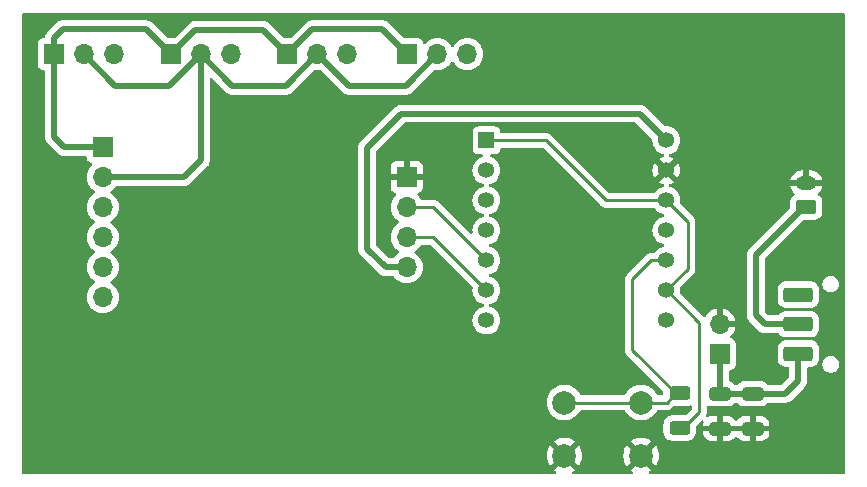
<source format=gbr>
%TF.GenerationSoftware,KiCad,Pcbnew,8.0.8*%
%TF.CreationDate,2025-02-27T22:48:28-08:00*%
%TF.ProjectId,SmartLitterBoxSensor,536d6172-744c-4697-9474-6572426f7853,rev?*%
%TF.SameCoordinates,Original*%
%TF.FileFunction,Copper,L1,Top*%
%TF.FilePolarity,Positive*%
%FSLAX46Y46*%
G04 Gerber Fmt 4.6, Leading zero omitted, Abs format (unit mm)*
G04 Created by KiCad (PCBNEW 8.0.8) date 2025-02-27 22:48:28*
%MOMM*%
%LPD*%
G01*
G04 APERTURE LIST*
G04 Aperture macros list*
%AMRoundRect*
0 Rectangle with rounded corners*
0 $1 Rounding radius*
0 $2 $3 $4 $5 $6 $7 $8 $9 X,Y pos of 4 corners*
0 Add a 4 corners polygon primitive as box body*
4,1,4,$2,$3,$4,$5,$6,$7,$8,$9,$2,$3,0*
0 Add four circle primitives for the rounded corners*
1,1,$1+$1,$2,$3*
1,1,$1+$1,$4,$5*
1,1,$1+$1,$6,$7*
1,1,$1+$1,$8,$9*
0 Add four rect primitives between the rounded corners*
20,1,$1+$1,$2,$3,$4,$5,0*
20,1,$1+$1,$4,$5,$6,$7,0*
20,1,$1+$1,$6,$7,$8,$9,0*
20,1,$1+$1,$8,$9,$2,$3,0*%
G04 Aperture macros list end*
%TA.AperFunction,SMDPad,CuDef*%
%ADD10RoundRect,0.250000X1.000000X-0.375000X1.000000X0.375000X-1.000000X0.375000X-1.000000X-0.375000X0*%
%TD*%
%TA.AperFunction,SMDPad,CuDef*%
%ADD11RoundRect,0.250000X-0.650000X0.325000X-0.650000X-0.325000X0.650000X-0.325000X0.650000X0.325000X0*%
%TD*%
%TA.AperFunction,ComponentPad*%
%ADD12R,1.358000X1.358000*%
%TD*%
%TA.AperFunction,ComponentPad*%
%ADD13C,1.358000*%
%TD*%
%TA.AperFunction,ComponentPad*%
%ADD14R,1.700000X1.700000*%
%TD*%
%TA.AperFunction,ComponentPad*%
%ADD15O,1.700000X1.700000*%
%TD*%
%TA.AperFunction,ComponentPad*%
%ADD16C,2.000000*%
%TD*%
%TA.AperFunction,ComponentPad*%
%ADD17RoundRect,0.250000X0.625000X-0.350000X0.625000X0.350000X-0.625000X0.350000X-0.625000X-0.350000X0*%
%TD*%
%TA.AperFunction,ComponentPad*%
%ADD18O,1.750000X1.200000*%
%TD*%
%TA.AperFunction,SMDPad,CuDef*%
%ADD19RoundRect,0.250000X0.625000X-0.312500X0.625000X0.312500X-0.625000X0.312500X-0.625000X-0.312500X0*%
%TD*%
%TA.AperFunction,Conductor*%
%ADD20C,0.508000*%
%TD*%
%TA.AperFunction,Conductor*%
%ADD21C,0.254000*%
%TD*%
G04 APERTURE END LIST*
D10*
%TO.P,SW1,1,A*%
%TO.N,+BAT*%
X199434000Y-110450000D03*
%TO.P,SW1,2,B*%
%TO.N,Net-(BT1-+)*%
X199434000Y-107950000D03*
%TO.P,SW1,3,C*%
%TO.N,unconnected-(SW1-C-Pad3)*%
X199434000Y-105450000D03*
%TD*%
D11*
%TO.P,C2,1*%
%TO.N,+BAT*%
X192786000Y-113841000D03*
%TO.P,C2,2*%
%TO.N,GND*%
X192786000Y-116791000D03*
%TD*%
D12*
%TO.P,U2,1,D0*%
%TO.N,/3V3*%
X173034000Y-92392000D03*
D13*
%TO.P,U2,2,D1*%
%TO.N,unconnected-(U2-D1-Pad2)*%
X173034000Y-94932000D03*
%TO.P,U2,3,D2*%
%TO.N,unconnected-(U2-D2-Pad3)*%
X173034000Y-97472000D03*
%TO.P,U2,4,D3*%
%TO.N,unconnected-(U2-D3-Pad4)*%
X173034000Y-100012000D03*
%TO.P,U2,5,D4*%
%TO.N,/DT*%
X173034000Y-102552000D03*
%TO.P,U2,6,D5*%
%TO.N,/SCK*%
X173034000Y-105092000D03*
%TO.P,U2,7,D6*%
%TO.N,unconnected-(U2-D6-Pad7)*%
X173034000Y-107632000D03*
%TO.P,U2,8,D7*%
%TO.N,unconnected-(U2-D7-Pad8)*%
X188274000Y-107632000D03*
%TO.P,U2,9,D8*%
%TO.N,/3V3*%
X188274000Y-105092000D03*
%TO.P,U2,10,D9*%
%TO.N,Net-(U2-D9)*%
X188274000Y-102552000D03*
%TO.P,U2,11,D10*%
%TO.N,unconnected-(U2-D10-Pad11)*%
X188274000Y-100012000D03*
%TO.P,U2,12,3V3*%
%TO.N,/3V3*%
X188274000Y-97472000D03*
%TO.P,U2,13,GND*%
%TO.N,GND*%
X188274000Y-94932000D03*
%TO.P,U2,14,5V*%
%TO.N,/5V*%
X188274000Y-92392000D03*
%TD*%
D14*
%TO.P,J4,1,VCC*%
%TO.N,/E+*%
X146304000Y-85090000D03*
D15*
%TO.P,J4,2,GND*%
%TO.N,/E-*%
X148844000Y-85090000D03*
%TO.P,J4,3,Signal*%
%TO.N,/A-*%
X151384000Y-85090000D03*
%TD*%
D16*
%TO.P,SW2,1,1*%
%TO.N,Net-(U2-D9)*%
X179630000Y-114590000D03*
X186130000Y-114590000D03*
%TO.P,SW2,2,2*%
%TO.N,GND*%
X179630000Y-119090000D03*
X186130000Y-119090000D03*
%TD*%
D14*
%TO.P,J1,1,VCC*%
%TO.N,/E+*%
X156180000Y-85090000D03*
D15*
%TO.P,J1,2,GND*%
%TO.N,/E-*%
X158720000Y-85090000D03*
%TO.P,J1,3,Signal*%
%TO.N,/A+*%
X161260000Y-85090000D03*
%TD*%
D14*
%TO.P,J3,1,VCC*%
%TO.N,/E+*%
X136383000Y-85090000D03*
D15*
%TO.P,J3,2,GND*%
%TO.N,/E-*%
X138923000Y-85090000D03*
%TO.P,J3,3,Signal*%
%TO.N,/A-*%
X141463000Y-85090000D03*
%TD*%
D17*
%TO.P,BT1,1,+*%
%TO.N,Net-(BT1-+)*%
X200110000Y-98028000D03*
D18*
%TO.P,BT1,2,-*%
%TO.N,GND*%
X200110000Y-96028000D03*
%TD*%
D14*
%TO.P,J5,1,Pin_1*%
%TO.N,+BAT*%
X192786000Y-110495000D03*
D15*
%TO.P,J5,2,Pin_2*%
%TO.N,GND*%
X192786000Y-107955000D03*
%TD*%
D19*
%TO.P,R2,1*%
%TO.N,/3V3*%
X189391000Y-116745500D03*
%TO.P,R2,2*%
%TO.N,Net-(U2-D9)*%
X189391000Y-113820500D03*
%TD*%
D14*
%TO.P,J2,1,VCC*%
%TO.N,/E+*%
X166340000Y-85090000D03*
D15*
%TO.P,J2,2,GND*%
%TO.N,/E-*%
X168880000Y-85090000D03*
%TO.P,J2,3,Signal*%
%TO.N,/A+*%
X171420000Y-85090000D03*
%TD*%
D14*
%TO.P,U1,1,E+*%
%TO.N,/E+*%
X140546000Y-92964000D03*
D15*
%TO.P,U1,2,E-*%
%TO.N,/E-*%
X140546000Y-95504000D03*
%TO.P,U1,3,A-*%
%TO.N,/A-*%
X140546000Y-98044000D03*
%TO.P,U1,4,A+*%
%TO.N,/A+*%
X140546000Y-100584000D03*
%TO.P,U1,5,B-*%
%TO.N,unconnected-(U1-B--Pad5)*%
X140546000Y-103124000D03*
%TO.P,U1,6,B+*%
%TO.N,unconnected-(U1-B+-Pad6)*%
X140546000Y-105664000D03*
%TO.P,U1,7,VCC*%
%TO.N,/5V*%
X166286000Y-103124000D03*
%TO.P,U1,8,SCK*%
%TO.N,/SCK*%
X166286000Y-100584000D03*
%TO.P,U1,9,DT*%
%TO.N,/DT*%
X166286000Y-98044000D03*
D14*
%TO.P,U1,10,GND*%
%TO.N,GND*%
X166286000Y-95504000D03*
%TD*%
D11*
%TO.P,C1,1*%
%TO.N,+BAT*%
X195580000Y-113841000D03*
%TO.P,C1,2*%
%TO.N,GND*%
X195580000Y-116791000D03*
%TD*%
D20*
%TO.N,Net-(BT1-+)*%
X195834000Y-102108000D02*
X195834000Y-107188000D01*
X200110000Y-98028000D02*
X199914000Y-98028000D01*
X199914000Y-98028000D02*
X195834000Y-102108000D01*
X195834000Y-107188000D02*
X196596000Y-107950000D01*
X196596000Y-107950000D02*
X199434000Y-107950000D01*
%TO.N,+BAT*%
X199434000Y-110450000D02*
X199434000Y-112732000D01*
X198325000Y-113841000D02*
X195580000Y-113841000D01*
X195580000Y-113841000D02*
X192786000Y-113841000D01*
X192786000Y-110495000D02*
X192786000Y-113841000D01*
X199434000Y-112732000D02*
X198325000Y-113841000D01*
%TO.N,/E+*%
X148386800Y-83007200D02*
X154097200Y-83007200D01*
X136383000Y-85090000D02*
X136383000Y-92085400D01*
X164231800Y-82981800D02*
X166340000Y-85090000D01*
X158288200Y-82981800D02*
X164231800Y-82981800D01*
X137261600Y-92964000D02*
X140546000Y-92964000D01*
X146304000Y-85090000D02*
X148386800Y-83007200D01*
X136383000Y-85090000D02*
X136383000Y-83758800D01*
X136383000Y-83758800D02*
X137160000Y-82981800D01*
X136383000Y-92085400D02*
X137261600Y-92964000D01*
X137160000Y-82981800D02*
X144195800Y-82981800D01*
X154097200Y-83007200D02*
X156180000Y-85090000D01*
X156180000Y-85090000D02*
X158288200Y-82981800D01*
X144195800Y-82981800D02*
X146304000Y-85090000D01*
%TO.N,/E-*%
X146151600Y-87782400D02*
X148844000Y-85090000D01*
X138923000Y-85090000D02*
X141615400Y-87782400D01*
X161387000Y-87757000D02*
X166213000Y-87757000D01*
X148844000Y-94081600D02*
X148844000Y-85090000D01*
X158720000Y-85090000D02*
X161387000Y-87757000D01*
X147421600Y-95504000D02*
X148844000Y-94081600D01*
X151511000Y-87757000D02*
X156053000Y-87757000D01*
X140546000Y-95504000D02*
X147421600Y-95504000D01*
X166213000Y-87757000D02*
X168880000Y-85090000D01*
X148844000Y-85090000D02*
X151511000Y-87757000D01*
X156053000Y-87757000D02*
X158720000Y-85090000D01*
X141615400Y-87782400D02*
X146151600Y-87782400D01*
D21*
%TO.N,Net-(U2-D9)*%
X189074500Y-113820500D02*
X188290200Y-114604800D01*
X189391000Y-113820500D02*
X189055300Y-113820500D01*
X187008000Y-102552000D02*
X188274000Y-102552000D01*
X189055300Y-113820500D02*
X185394600Y-110159800D01*
X189391000Y-113820500D02*
X189074500Y-113820500D01*
X185394600Y-104165400D02*
X187008000Y-102552000D01*
X185394600Y-110159800D02*
X185394600Y-104165400D01*
X188290200Y-114604800D02*
X186144800Y-114604800D01*
X179630000Y-114590000D02*
X186130000Y-114590000D01*
X186144800Y-114604800D02*
X186130000Y-114590000D01*
%TO.N,/3V3*%
X188274000Y-105092000D02*
X188302400Y-105092000D01*
X188274000Y-97472000D02*
X190068200Y-99266200D01*
X178091600Y-92392000D02*
X183171600Y-97472000D01*
X183171600Y-97472000D02*
X188274000Y-97472000D01*
X191058800Y-115392200D02*
X189705500Y-116745500D01*
X188302400Y-105092000D02*
X191058800Y-107848400D01*
X173034000Y-92392000D02*
X178091600Y-92392000D01*
X190068200Y-99266200D02*
X190068200Y-103297800D01*
X191058800Y-107848400D02*
X191058800Y-115392200D01*
X190068200Y-103297800D02*
X188274000Y-105092000D01*
X189705500Y-116745500D02*
X189391000Y-116745500D01*
D20*
%TO.N,/5V*%
X166286000Y-103124000D02*
X164490400Y-103124000D01*
X162915600Y-93040200D02*
X165836600Y-90119200D01*
X165836600Y-90119200D02*
X186001200Y-90119200D01*
X162915600Y-101549200D02*
X162915600Y-93040200D01*
X186001200Y-90119200D02*
X188274000Y-92392000D01*
X164490400Y-103124000D02*
X162915600Y-101549200D01*
D21*
%TO.N,/SCK*%
X168526000Y-100584000D02*
X173034000Y-105092000D01*
X166286000Y-100584000D02*
X168526000Y-100584000D01*
%TO.N,/DT*%
X166286000Y-98044000D02*
X168526000Y-98044000D01*
X168526000Y-98044000D02*
X173034000Y-102552000D01*
%TD*%
%TA.AperFunction,Conductor*%
%TO.N,GND*%
G36*
X185704352Y-90893385D02*
G01*
X185724994Y-90910019D01*
X187058252Y-92243277D01*
X187091737Y-92304600D01*
X187094042Y-92342397D01*
X187089447Y-92391996D01*
X187089447Y-92392000D01*
X187109615Y-92609660D01*
X187109616Y-92609662D01*
X187169435Y-92819905D01*
X187169441Y-92819920D01*
X187266869Y-93015581D01*
X187266874Y-93015589D01*
X187389889Y-93178486D01*
X187398605Y-93190028D01*
X187560147Y-93337294D01*
X187560149Y-93337295D01*
X187560150Y-93337296D01*
X187745995Y-93452366D01*
X187746001Y-93452369D01*
X187907147Y-93514797D01*
X187949832Y-93531333D01*
X187998152Y-93540365D01*
X188060430Y-93572031D01*
X188095704Y-93632343D01*
X188092771Y-93702151D01*
X188052562Y-93759292D01*
X187998152Y-93784141D01*
X187949978Y-93793147D01*
X187949970Y-93793149D01*
X187746226Y-93872079D01*
X187635925Y-93940373D01*
X188205828Y-94510274D01*
X188109956Y-94535963D01*
X188013044Y-94591916D01*
X187933916Y-94671044D01*
X187877963Y-94767956D01*
X187852274Y-94863827D01*
X187280131Y-94291684D01*
X187267297Y-94308681D01*
X187169906Y-94504267D01*
X187110109Y-94714435D01*
X187089949Y-94931999D01*
X187089949Y-94932000D01*
X187110109Y-95149564D01*
X187169906Y-95359732D01*
X187267300Y-95555323D01*
X187280130Y-95572314D01*
X187280131Y-95572315D01*
X187852274Y-95000171D01*
X187877963Y-95096044D01*
X187933916Y-95192956D01*
X188013044Y-95272084D01*
X188109956Y-95328037D01*
X188205827Y-95353725D01*
X187635925Y-95923625D01*
X187746225Y-95991919D01*
X187949971Y-96070850D01*
X187998150Y-96079857D01*
X188060431Y-96111525D01*
X188095704Y-96171838D01*
X188092770Y-96241646D01*
X188052561Y-96298786D01*
X187998151Y-96323634D01*
X187949833Y-96332666D01*
X187746001Y-96411630D01*
X187745995Y-96411633D01*
X187560150Y-96526703D01*
X187398604Y-96673972D01*
X187307037Y-96795227D01*
X187250928Y-96836863D01*
X187208083Y-96844500D01*
X183482881Y-96844500D01*
X183415842Y-96824815D01*
X183395200Y-96808181D01*
X178491611Y-91904591D01*
X178491607Y-91904588D01*
X178388839Y-91835920D01*
X178388826Y-91835913D01*
X178355385Y-91822062D01*
X178274635Y-91788614D01*
X178274627Y-91788612D01*
X178153407Y-91764500D01*
X178153403Y-91764500D01*
X174335566Y-91764500D01*
X174268527Y-91744815D01*
X174222772Y-91692011D01*
X174212276Y-91653753D01*
X174207091Y-91605516D01*
X174156797Y-91470671D01*
X174156793Y-91470664D01*
X174070547Y-91355455D01*
X174070544Y-91355452D01*
X173955335Y-91269206D01*
X173955328Y-91269202D01*
X173820482Y-91218908D01*
X173820483Y-91218908D01*
X173760883Y-91212501D01*
X173760881Y-91212500D01*
X173760873Y-91212500D01*
X173760864Y-91212500D01*
X172307129Y-91212500D01*
X172307123Y-91212501D01*
X172247516Y-91218908D01*
X172112671Y-91269202D01*
X172112664Y-91269206D01*
X171997455Y-91355452D01*
X171997452Y-91355455D01*
X171911206Y-91470664D01*
X171911202Y-91470671D01*
X171860908Y-91605517D01*
X171854501Y-91665116D01*
X171854500Y-91665135D01*
X171854500Y-93118870D01*
X171854501Y-93118876D01*
X171860908Y-93178483D01*
X171911202Y-93313328D01*
X171911206Y-93313335D01*
X171997452Y-93428544D01*
X171997455Y-93428547D01*
X172112664Y-93514793D01*
X172112671Y-93514797D01*
X172247517Y-93565091D01*
X172247516Y-93565091D01*
X172248642Y-93565212D01*
X172307127Y-93571500D01*
X172617389Y-93571499D01*
X172684426Y-93591183D01*
X172730181Y-93643987D01*
X172740125Y-93713146D01*
X172711100Y-93776701D01*
X172662181Y-93811125D01*
X172506010Y-93871626D01*
X172505995Y-93871633D01*
X172320150Y-93986703D01*
X172158604Y-94133972D01*
X172026874Y-94308410D01*
X172026869Y-94308418D01*
X171929441Y-94504079D01*
X171929435Y-94504094D01*
X171869616Y-94714337D01*
X171869615Y-94714339D01*
X171849447Y-94931999D01*
X171849447Y-94932000D01*
X171869615Y-95149660D01*
X171869616Y-95149662D01*
X171929435Y-95359905D01*
X171929441Y-95359920D01*
X172026869Y-95555581D01*
X172026874Y-95555589D01*
X172100436Y-95653000D01*
X172158605Y-95730028D01*
X172320147Y-95877294D01*
X172320149Y-95877295D01*
X172320150Y-95877296D01*
X172505995Y-95992366D01*
X172506001Y-95992369D01*
X172573943Y-96018689D01*
X172709832Y-96071333D01*
X172756795Y-96080112D01*
X172819073Y-96111780D01*
X172854346Y-96172092D01*
X172851412Y-96241900D01*
X172811203Y-96299040D01*
X172756795Y-96323887D01*
X172709832Y-96332667D01*
X172709830Y-96332667D01*
X172709828Y-96332668D01*
X172506001Y-96411630D01*
X172505995Y-96411633D01*
X172320150Y-96526703D01*
X172158604Y-96673972D01*
X172026874Y-96848410D01*
X172026869Y-96848418D01*
X171929441Y-97044079D01*
X171929435Y-97044094D01*
X171869616Y-97254337D01*
X171869615Y-97254339D01*
X171849447Y-97471999D01*
X171849447Y-97472000D01*
X171869615Y-97689660D01*
X171869616Y-97689662D01*
X171929435Y-97899905D01*
X171929441Y-97899920D01*
X172026869Y-98095581D01*
X172026874Y-98095589D01*
X172088197Y-98176793D01*
X172158605Y-98270028D01*
X172320147Y-98417294D01*
X172320149Y-98417295D01*
X172320150Y-98417296D01*
X172505995Y-98532366D01*
X172506001Y-98532369D01*
X172573943Y-98558689D01*
X172709832Y-98611333D01*
X172756795Y-98620112D01*
X172819073Y-98651780D01*
X172854346Y-98712092D01*
X172851412Y-98781900D01*
X172811203Y-98839040D01*
X172756795Y-98863887D01*
X172709832Y-98872667D01*
X172709830Y-98872667D01*
X172709828Y-98872668D01*
X172506001Y-98951630D01*
X172505995Y-98951633D01*
X172320150Y-99066703D01*
X172158604Y-99213972D01*
X172026874Y-99388410D01*
X172026869Y-99388418D01*
X171929441Y-99584079D01*
X171929435Y-99584094D01*
X171869616Y-99794337D01*
X171869615Y-99794339D01*
X171849447Y-100011999D01*
X171849447Y-100012000D01*
X171865557Y-100185863D01*
X171852142Y-100254433D01*
X171803785Y-100304865D01*
X171735839Y-100321147D01*
X171669876Y-100298109D01*
X171654405Y-100284985D01*
X168926010Y-97556590D01*
X168879034Y-97525202D01*
X168823238Y-97487920D01*
X168823226Y-97487913D01*
X168779739Y-97469901D01*
X168779738Y-97469900D01*
X168779738Y-97469901D01*
X168709035Y-97440614D01*
X168709032Y-97440613D01*
X168709028Y-97440612D01*
X168587807Y-97416500D01*
X168587803Y-97416500D01*
X167559826Y-97416500D01*
X167492787Y-97396815D01*
X167458251Y-97363623D01*
X167324496Y-97172600D01*
X167324493Y-97172597D01*
X167202179Y-97050283D01*
X167168696Y-96988963D01*
X167173680Y-96919271D01*
X167215551Y-96863337D01*
X167246529Y-96846422D01*
X167378086Y-96797354D01*
X167378093Y-96797350D01*
X167493187Y-96711190D01*
X167493190Y-96711187D01*
X167579350Y-96596093D01*
X167579354Y-96596086D01*
X167629596Y-96461379D01*
X167629598Y-96461372D01*
X167635999Y-96401844D01*
X167636000Y-96401827D01*
X167636000Y-95754000D01*
X166719012Y-95754000D01*
X166751925Y-95696993D01*
X166786000Y-95569826D01*
X166786000Y-95438174D01*
X166751925Y-95311007D01*
X166719012Y-95254000D01*
X167636000Y-95254000D01*
X167636000Y-94606172D01*
X167635999Y-94606155D01*
X167629598Y-94546627D01*
X167629596Y-94546620D01*
X167579354Y-94411913D01*
X167579350Y-94411906D01*
X167493190Y-94296812D01*
X167493187Y-94296809D01*
X167378093Y-94210649D01*
X167378086Y-94210645D01*
X167243379Y-94160403D01*
X167243372Y-94160401D01*
X167183844Y-94154000D01*
X166536000Y-94154000D01*
X166536000Y-95070988D01*
X166478993Y-95038075D01*
X166351826Y-95004000D01*
X166220174Y-95004000D01*
X166093007Y-95038075D01*
X166036000Y-95070988D01*
X166036000Y-94154000D01*
X165388155Y-94154000D01*
X165328627Y-94160401D01*
X165328620Y-94160403D01*
X165193913Y-94210645D01*
X165193906Y-94210649D01*
X165078812Y-94296809D01*
X165078809Y-94296812D01*
X164992649Y-94411906D01*
X164992645Y-94411913D01*
X164942403Y-94546620D01*
X164942401Y-94546627D01*
X164936000Y-94606155D01*
X164936000Y-95254000D01*
X165852988Y-95254000D01*
X165820075Y-95311007D01*
X165786000Y-95438174D01*
X165786000Y-95569826D01*
X165820075Y-95696993D01*
X165852988Y-95754000D01*
X164936000Y-95754000D01*
X164936000Y-96401844D01*
X164942401Y-96461372D01*
X164942403Y-96461379D01*
X164992645Y-96596086D01*
X164992649Y-96596093D01*
X165078809Y-96711187D01*
X165078812Y-96711190D01*
X165193906Y-96797350D01*
X165193913Y-96797354D01*
X165325470Y-96846421D01*
X165381403Y-96888292D01*
X165405821Y-96953756D01*
X165390970Y-97022029D01*
X165369819Y-97050284D01*
X165247503Y-97172600D01*
X165111965Y-97366169D01*
X165111964Y-97366171D01*
X165012098Y-97580335D01*
X165012094Y-97580344D01*
X164950938Y-97808586D01*
X164950936Y-97808596D01*
X164930341Y-98043999D01*
X164930341Y-98044000D01*
X164950936Y-98279403D01*
X164950938Y-98279413D01*
X165012094Y-98507655D01*
X165012096Y-98507659D01*
X165012097Y-98507663D01*
X165079300Y-98651780D01*
X165111965Y-98721830D01*
X165111967Y-98721834D01*
X165247501Y-98915395D01*
X165247506Y-98915402D01*
X165414597Y-99082493D01*
X165414603Y-99082498D01*
X165600158Y-99212425D01*
X165643783Y-99267002D01*
X165650977Y-99336500D01*
X165619454Y-99398855D01*
X165600158Y-99415575D01*
X165414597Y-99545505D01*
X165247505Y-99712597D01*
X165111965Y-99906169D01*
X165111964Y-99906171D01*
X165012098Y-100120335D01*
X165012094Y-100120344D01*
X164950938Y-100348586D01*
X164950936Y-100348596D01*
X164930341Y-100583999D01*
X164930341Y-100584000D01*
X164950936Y-100819403D01*
X164950938Y-100819413D01*
X165012094Y-101047655D01*
X165012096Y-101047659D01*
X165012097Y-101047663D01*
X165092810Y-101220752D01*
X165111965Y-101261830D01*
X165111967Y-101261834D01*
X165247501Y-101455395D01*
X165247506Y-101455402D01*
X165414597Y-101622493D01*
X165414603Y-101622498D01*
X165600158Y-101752425D01*
X165643783Y-101807002D01*
X165650977Y-101876500D01*
X165619454Y-101938855D01*
X165600158Y-101955575D01*
X165414597Y-102085505D01*
X165247506Y-102252597D01*
X165247505Y-102252599D01*
X165202674Y-102316624D01*
X165148096Y-102360249D01*
X165101099Y-102369500D01*
X164854286Y-102369500D01*
X164787247Y-102349815D01*
X164766605Y-102333181D01*
X163706419Y-101272994D01*
X163672934Y-101211671D01*
X163670100Y-101185313D01*
X163670100Y-93404086D01*
X163689785Y-93337047D01*
X163706419Y-93316405D01*
X166112805Y-90910019D01*
X166174128Y-90876534D01*
X166200486Y-90873700D01*
X185637313Y-90873700D01*
X185704352Y-90893385D01*
G37*
%TD.AperFunction*%
%TA.AperFunction,Conductor*%
G36*
X203328339Y-81647785D02*
G01*
X203374094Y-81700589D01*
X203385300Y-81752100D01*
X203385300Y-120508100D01*
X203365615Y-120575139D01*
X203312811Y-120620894D01*
X203261300Y-120632100D01*
X186921724Y-120632100D01*
X186854685Y-120612415D01*
X186808930Y-120559611D01*
X186798986Y-120490453D01*
X186828011Y-120426897D01*
X186862707Y-120399045D01*
X186953230Y-120350056D01*
X186953236Y-120350051D01*
X187000055Y-120313610D01*
X187000056Y-120313609D01*
X186300233Y-119613787D01*
X186342292Y-119602518D01*
X186467708Y-119530110D01*
X186570110Y-119427708D01*
X186642518Y-119302292D01*
X186653787Y-119260234D01*
X187353435Y-119959882D01*
X187453733Y-119806364D01*
X187553587Y-119578717D01*
X187614612Y-119337738D01*
X187614614Y-119337729D01*
X187635141Y-119090005D01*
X187635141Y-119089994D01*
X187614614Y-118842270D01*
X187614612Y-118842261D01*
X187553587Y-118601282D01*
X187453732Y-118373632D01*
X187353435Y-118220116D01*
X186653787Y-118919764D01*
X186642518Y-118877708D01*
X186570110Y-118752292D01*
X186467708Y-118649890D01*
X186342292Y-118577482D01*
X186300233Y-118566212D01*
X187000055Y-117866389D01*
X187000055Y-117866388D01*
X186953236Y-117829947D01*
X186953231Y-117829944D01*
X186734614Y-117711635D01*
X186734603Y-117711630D01*
X186499493Y-117630916D01*
X186254293Y-117590000D01*
X186005707Y-117590000D01*
X185760506Y-117630916D01*
X185525396Y-117711630D01*
X185525385Y-117711635D01*
X185306770Y-117829943D01*
X185259943Y-117866389D01*
X185959766Y-118566212D01*
X185917708Y-118577482D01*
X185792292Y-118649890D01*
X185689890Y-118752292D01*
X185617482Y-118877708D01*
X185606212Y-118919765D01*
X184906563Y-118220117D01*
X184806267Y-118373633D01*
X184806265Y-118373637D01*
X184706412Y-118601282D01*
X184645387Y-118842261D01*
X184645385Y-118842270D01*
X184624859Y-119089994D01*
X184624859Y-119090005D01*
X184645385Y-119337729D01*
X184645387Y-119337738D01*
X184706412Y-119578717D01*
X184806267Y-119806367D01*
X184906562Y-119959881D01*
X185606212Y-119260233D01*
X185617482Y-119302292D01*
X185689890Y-119427708D01*
X185792292Y-119530110D01*
X185917708Y-119602518D01*
X185959766Y-119613787D01*
X185259943Y-120313609D01*
X185306768Y-120350055D01*
X185306771Y-120350057D01*
X185397293Y-120399045D01*
X185446884Y-120448265D01*
X185461992Y-120516481D01*
X185437822Y-120582037D01*
X185382046Y-120624118D01*
X185338276Y-120632100D01*
X180421724Y-120632100D01*
X180354685Y-120612415D01*
X180308930Y-120559611D01*
X180298986Y-120490453D01*
X180328011Y-120426897D01*
X180362707Y-120399045D01*
X180453230Y-120350056D01*
X180453236Y-120350051D01*
X180500055Y-120313610D01*
X180500056Y-120313609D01*
X179800233Y-119613787D01*
X179842292Y-119602518D01*
X179967708Y-119530110D01*
X180070110Y-119427708D01*
X180142518Y-119302292D01*
X180153787Y-119260234D01*
X180853435Y-119959882D01*
X180953733Y-119806364D01*
X181053587Y-119578717D01*
X181114612Y-119337738D01*
X181114614Y-119337729D01*
X181135141Y-119090005D01*
X181135141Y-119089994D01*
X181114614Y-118842270D01*
X181114612Y-118842261D01*
X181053587Y-118601282D01*
X180953732Y-118373632D01*
X180853435Y-118220116D01*
X180153787Y-118919765D01*
X180142518Y-118877708D01*
X180070110Y-118752292D01*
X179967708Y-118649890D01*
X179842292Y-118577482D01*
X179800233Y-118566212D01*
X180500055Y-117866389D01*
X180500055Y-117866388D01*
X180453236Y-117829947D01*
X180453231Y-117829944D01*
X180234614Y-117711635D01*
X180234603Y-117711630D01*
X179999493Y-117630916D01*
X179754293Y-117590000D01*
X179505707Y-117590000D01*
X179260506Y-117630916D01*
X179025396Y-117711630D01*
X179025385Y-117711635D01*
X178806770Y-117829943D01*
X178759943Y-117866389D01*
X179459766Y-118566212D01*
X179417708Y-118577482D01*
X179292292Y-118649890D01*
X179189890Y-118752292D01*
X179117482Y-118877708D01*
X179106212Y-118919766D01*
X178406563Y-118220117D01*
X178306267Y-118373633D01*
X178306265Y-118373637D01*
X178206412Y-118601282D01*
X178145387Y-118842261D01*
X178145385Y-118842270D01*
X178124859Y-119089994D01*
X178124859Y-119090005D01*
X178145385Y-119337729D01*
X178145387Y-119337738D01*
X178206412Y-119578717D01*
X178306267Y-119806367D01*
X178406562Y-119959881D01*
X179106211Y-119260231D01*
X179117482Y-119302292D01*
X179189890Y-119427708D01*
X179292292Y-119530110D01*
X179417708Y-119602518D01*
X179459766Y-119613787D01*
X178759943Y-120313609D01*
X178806768Y-120350055D01*
X178806771Y-120350057D01*
X178897293Y-120399045D01*
X178946884Y-120448265D01*
X178961992Y-120516481D01*
X178937822Y-120582037D01*
X178882046Y-120624118D01*
X178838276Y-120632100D01*
X133847500Y-120632100D01*
X133780461Y-120612415D01*
X133734706Y-120559611D01*
X133723500Y-120508100D01*
X133723500Y-84192135D01*
X135032500Y-84192135D01*
X135032500Y-85987870D01*
X135032501Y-85987876D01*
X135038908Y-86047483D01*
X135089202Y-86182328D01*
X135089206Y-86182335D01*
X135175452Y-86297544D01*
X135175455Y-86297547D01*
X135290664Y-86383793D01*
X135290671Y-86383797D01*
X135335618Y-86400561D01*
X135425517Y-86434091D01*
X135485127Y-86440500D01*
X135504497Y-86440499D01*
X135571535Y-86460181D01*
X135617292Y-86512983D01*
X135628500Y-86564499D01*
X135628500Y-92005952D01*
X135628499Y-92005978D01*
X135628499Y-92011088D01*
X135628499Y-92159712D01*
X135628499Y-92159714D01*
X135628498Y-92159714D01*
X135657493Y-92305473D01*
X135657496Y-92305483D01*
X135714366Y-92442781D01*
X135714372Y-92442792D01*
X135796942Y-92566368D01*
X136780631Y-93550057D01*
X136780634Y-93550059D01*
X136904211Y-93632630D01*
X136984643Y-93665945D01*
X136984644Y-93665946D01*
X137008203Y-93675704D01*
X137041520Y-93689505D01*
X137041529Y-93689506D01*
X137041530Y-93689507D01*
X137065703Y-93694315D01*
X137065710Y-93694316D01*
X137187286Y-93718501D01*
X137187288Y-93718501D01*
X137342026Y-93718501D01*
X137342046Y-93718500D01*
X139071501Y-93718500D01*
X139138540Y-93738185D01*
X139184295Y-93790989D01*
X139195501Y-93842500D01*
X139195501Y-93861876D01*
X139201908Y-93921483D01*
X139252202Y-94056328D01*
X139252206Y-94056335D01*
X139338452Y-94171544D01*
X139338455Y-94171547D01*
X139453664Y-94257793D01*
X139453671Y-94257797D01*
X139585081Y-94306810D01*
X139641015Y-94348681D01*
X139665432Y-94414145D01*
X139650580Y-94482418D01*
X139629430Y-94510673D01*
X139507503Y-94632600D01*
X139371965Y-94826169D01*
X139371964Y-94826171D01*
X139272098Y-95040335D01*
X139272094Y-95040344D01*
X139210938Y-95268586D01*
X139210936Y-95268596D01*
X139190341Y-95503999D01*
X139190341Y-95504000D01*
X139210936Y-95739403D01*
X139210938Y-95739413D01*
X139272094Y-95967655D01*
X139272096Y-95967659D01*
X139272097Y-95967663D01*
X139339181Y-96111525D01*
X139371965Y-96181830D01*
X139371967Y-96181834D01*
X139454036Y-96299040D01*
X139507504Y-96375400D01*
X139507506Y-96375402D01*
X139674597Y-96542493D01*
X139674603Y-96542498D01*
X139860158Y-96672425D01*
X139903783Y-96727002D01*
X139910977Y-96796500D01*
X139879454Y-96858855D01*
X139860158Y-96875575D01*
X139674597Y-97005505D01*
X139507505Y-97172597D01*
X139371965Y-97366169D01*
X139371964Y-97366171D01*
X139272098Y-97580335D01*
X139272094Y-97580344D01*
X139210938Y-97808586D01*
X139210936Y-97808596D01*
X139190341Y-98043999D01*
X139190341Y-98044000D01*
X139210936Y-98279403D01*
X139210938Y-98279413D01*
X139272094Y-98507655D01*
X139272096Y-98507659D01*
X139272097Y-98507663D01*
X139339300Y-98651780D01*
X139371965Y-98721830D01*
X139371967Y-98721834D01*
X139507501Y-98915395D01*
X139507506Y-98915402D01*
X139674597Y-99082493D01*
X139674603Y-99082498D01*
X139860158Y-99212425D01*
X139903783Y-99267002D01*
X139910977Y-99336500D01*
X139879454Y-99398855D01*
X139860158Y-99415575D01*
X139674597Y-99545505D01*
X139507505Y-99712597D01*
X139371965Y-99906169D01*
X139371964Y-99906171D01*
X139272098Y-100120335D01*
X139272094Y-100120344D01*
X139210938Y-100348586D01*
X139210936Y-100348596D01*
X139190341Y-100583999D01*
X139190341Y-100584000D01*
X139210936Y-100819403D01*
X139210938Y-100819413D01*
X139272094Y-101047655D01*
X139272096Y-101047659D01*
X139272097Y-101047663D01*
X139352810Y-101220752D01*
X139371965Y-101261830D01*
X139371967Y-101261834D01*
X139507501Y-101455395D01*
X139507506Y-101455402D01*
X139674597Y-101622493D01*
X139674603Y-101622498D01*
X139860158Y-101752425D01*
X139903783Y-101807002D01*
X139910977Y-101876500D01*
X139879454Y-101938855D01*
X139860158Y-101955575D01*
X139674597Y-102085505D01*
X139507505Y-102252597D01*
X139371965Y-102446169D01*
X139371964Y-102446171D01*
X139272098Y-102660335D01*
X139272094Y-102660344D01*
X139210938Y-102888586D01*
X139210936Y-102888596D01*
X139190341Y-103123999D01*
X139190341Y-103124000D01*
X139210936Y-103359403D01*
X139210938Y-103359413D01*
X139272094Y-103587655D01*
X139272096Y-103587659D01*
X139272097Y-103587663D01*
X139362765Y-103782100D01*
X139371965Y-103801830D01*
X139371967Y-103801834D01*
X139449457Y-103912500D01*
X139507504Y-103995400D01*
X139507506Y-103995402D01*
X139674597Y-104162493D01*
X139674603Y-104162498D01*
X139860158Y-104292425D01*
X139903783Y-104347002D01*
X139910977Y-104416500D01*
X139879454Y-104478855D01*
X139860158Y-104495575D01*
X139674597Y-104625505D01*
X139507505Y-104792597D01*
X139371965Y-104986169D01*
X139371964Y-104986171D01*
X139272098Y-105200335D01*
X139272094Y-105200344D01*
X139210938Y-105428586D01*
X139210936Y-105428596D01*
X139190341Y-105663999D01*
X139190341Y-105664000D01*
X139210936Y-105899403D01*
X139210938Y-105899413D01*
X139272094Y-106127655D01*
X139272096Y-106127659D01*
X139272097Y-106127663D01*
X139362765Y-106322100D01*
X139371965Y-106341830D01*
X139371967Y-106341834D01*
X139449457Y-106452500D01*
X139507505Y-106535401D01*
X139674599Y-106702495D01*
X139771384Y-106770265D01*
X139868165Y-106838032D01*
X139868167Y-106838033D01*
X139868170Y-106838035D01*
X140082337Y-106937903D01*
X140310592Y-106999063D01*
X140498918Y-107015539D01*
X140545999Y-107019659D01*
X140546000Y-107019659D01*
X140546001Y-107019659D01*
X140585234Y-107016226D01*
X140781408Y-106999063D01*
X141009663Y-106937903D01*
X141223830Y-106838035D01*
X141417401Y-106702495D01*
X141584495Y-106535401D01*
X141720035Y-106341830D01*
X141819903Y-106127663D01*
X141881063Y-105899408D01*
X141901659Y-105664000D01*
X141881063Y-105428592D01*
X141819903Y-105200337D01*
X141720035Y-104986171D01*
X141675245Y-104922203D01*
X141584494Y-104792597D01*
X141417402Y-104625506D01*
X141417396Y-104625501D01*
X141231842Y-104495575D01*
X141188217Y-104440998D01*
X141181023Y-104371500D01*
X141212546Y-104309145D01*
X141231842Y-104292425D01*
X141337853Y-104218195D01*
X141417401Y-104162495D01*
X141584495Y-103995401D01*
X141720035Y-103801830D01*
X141819903Y-103587663D01*
X141881063Y-103359408D01*
X141901659Y-103124000D01*
X141881063Y-102888592D01*
X141819903Y-102660337D01*
X141720035Y-102446171D01*
X141676646Y-102384204D01*
X141584494Y-102252597D01*
X141417402Y-102085506D01*
X141417396Y-102085501D01*
X141231842Y-101955575D01*
X141188217Y-101900998D01*
X141181023Y-101831500D01*
X141212546Y-101769145D01*
X141231842Y-101752425D01*
X141261250Y-101731833D01*
X141417401Y-101622495D01*
X141584495Y-101455401D01*
X141720035Y-101261830D01*
X141819903Y-101047663D01*
X141881063Y-100819408D01*
X141901659Y-100584000D01*
X141881063Y-100348592D01*
X141819903Y-100120337D01*
X141720035Y-99906171D01*
X141641729Y-99794337D01*
X141584494Y-99712597D01*
X141417402Y-99545506D01*
X141417396Y-99545501D01*
X141231842Y-99415575D01*
X141188217Y-99360998D01*
X141181023Y-99291500D01*
X141212546Y-99229145D01*
X141231842Y-99212425D01*
X141254026Y-99196891D01*
X141417401Y-99082495D01*
X141584495Y-98915401D01*
X141720035Y-98721830D01*
X141819903Y-98507663D01*
X141881063Y-98279408D01*
X141901659Y-98044000D01*
X141901478Y-98041936D01*
X141897539Y-97996918D01*
X141881063Y-97808592D01*
X141819903Y-97580337D01*
X141720035Y-97366171D01*
X141714782Y-97358668D01*
X141584494Y-97172597D01*
X141417402Y-97005506D01*
X141417396Y-97005501D01*
X141231842Y-96875575D01*
X141188217Y-96820998D01*
X141181023Y-96751500D01*
X141212546Y-96689145D01*
X141231842Y-96672425D01*
X141340865Y-96596086D01*
X141417401Y-96542495D01*
X141584495Y-96375401D01*
X141629326Y-96311376D01*
X141683904Y-96267751D01*
X141730901Y-96258500D01*
X147341154Y-96258500D01*
X147341174Y-96258501D01*
X147347288Y-96258501D01*
X147495914Y-96258501D01*
X147617494Y-96234315D01*
X147617494Y-96234316D01*
X147617500Y-96234313D01*
X147641680Y-96229505D01*
X147677542Y-96214649D01*
X147698544Y-96205951D01*
X147698547Y-96205949D01*
X147698555Y-96205946D01*
X147778989Y-96172630D01*
X147902566Y-96090059D01*
X149324963Y-94667660D01*
X149324966Y-94667659D01*
X149430059Y-94562566D01*
X149512629Y-94438990D01*
X149569505Y-94301680D01*
X149598500Y-94155912D01*
X149598500Y-92965885D01*
X162161099Y-92965885D01*
X162161099Y-93120625D01*
X162161100Y-93120646D01*
X162161100Y-101469752D01*
X162161099Y-101469778D01*
X162161099Y-101623514D01*
X162182646Y-101731833D01*
X162182646Y-101731834D01*
X162190092Y-101769272D01*
X162190095Y-101769281D01*
X162213653Y-101826155D01*
X162241131Y-101892494D01*
X162246970Y-101906589D01*
X162306654Y-101995913D01*
X162329541Y-102030166D01*
X162329543Y-102030169D01*
X163900000Y-103600624D01*
X163900021Y-103600647D01*
X164009431Y-103710057D01*
X164086845Y-103761783D01*
X164133006Y-103792627D01*
X164133007Y-103792627D01*
X164133011Y-103792630D01*
X164213443Y-103825945D01*
X164213444Y-103825946D01*
X164253661Y-103842604D01*
X164270320Y-103849505D01*
X164292327Y-103853882D01*
X164292330Y-103853884D01*
X164292330Y-103853883D01*
X164332633Y-103861900D01*
X164416087Y-103878501D01*
X164416088Y-103878501D01*
X164570826Y-103878501D01*
X164570846Y-103878500D01*
X165101099Y-103878500D01*
X165168138Y-103898185D01*
X165202674Y-103931376D01*
X165247505Y-103995401D01*
X165414599Y-104162495D01*
X165494128Y-104218182D01*
X165608165Y-104298032D01*
X165608167Y-104298033D01*
X165608170Y-104298035D01*
X165822337Y-104397903D01*
X166050592Y-104459063D01*
X166238918Y-104475539D01*
X166285999Y-104479659D01*
X166286000Y-104479659D01*
X166286001Y-104479659D01*
X166325234Y-104476226D01*
X166521408Y-104459063D01*
X166749663Y-104397903D01*
X166963830Y-104298035D01*
X167157401Y-104162495D01*
X167324495Y-103995401D01*
X167460035Y-103801830D01*
X167559903Y-103587663D01*
X167621063Y-103359408D01*
X167641659Y-103124000D01*
X167621063Y-102888592D01*
X167559903Y-102660337D01*
X167460035Y-102446171D01*
X167416646Y-102384204D01*
X167324494Y-102252597D01*
X167157402Y-102085506D01*
X167157396Y-102085501D01*
X166971842Y-101955575D01*
X166928217Y-101900998D01*
X166921023Y-101831500D01*
X166952546Y-101769145D01*
X166971842Y-101752425D01*
X167001250Y-101731833D01*
X167157401Y-101622495D01*
X167324495Y-101455401D01*
X167458252Y-101264375D01*
X167512829Y-101220752D01*
X167559827Y-101211500D01*
X168214719Y-101211500D01*
X168281758Y-101231185D01*
X168302400Y-101247819D01*
X171833484Y-104778903D01*
X171866969Y-104840226D01*
X171869274Y-104878025D01*
X171849447Y-105091999D01*
X171849447Y-105092000D01*
X171869615Y-105309660D01*
X171869616Y-105309662D01*
X171929435Y-105519905D01*
X171929441Y-105519920D01*
X172026869Y-105715581D01*
X172026874Y-105715589D01*
X172158604Y-105890027D01*
X172158605Y-105890028D01*
X172320147Y-106037294D01*
X172320149Y-106037295D01*
X172320150Y-106037296D01*
X172505995Y-106152366D01*
X172506001Y-106152369D01*
X172573943Y-106178689D01*
X172709832Y-106231333D01*
X172756795Y-106240112D01*
X172819073Y-106271780D01*
X172854346Y-106332092D01*
X172851412Y-106401900D01*
X172811203Y-106459040D01*
X172756795Y-106483887D01*
X172709832Y-106492667D01*
X172709830Y-106492667D01*
X172709828Y-106492668D01*
X172506001Y-106571630D01*
X172505995Y-106571633D01*
X172320150Y-106686703D01*
X172158604Y-106833972D01*
X172026874Y-107008410D01*
X172026869Y-107008418D01*
X171929441Y-107204079D01*
X171929435Y-107204094D01*
X171869616Y-107414337D01*
X171869615Y-107414339D01*
X171849447Y-107631999D01*
X171849447Y-107632000D01*
X171869615Y-107849660D01*
X171869616Y-107849662D01*
X171929435Y-108059905D01*
X171929441Y-108059920D01*
X172026869Y-108255581D01*
X172026874Y-108255589D01*
X172156034Y-108426624D01*
X172158605Y-108430028D01*
X172320147Y-108577294D01*
X172320149Y-108577295D01*
X172320150Y-108577296D01*
X172505995Y-108692366D01*
X172506001Y-108692369D01*
X172537315Y-108704500D01*
X172709832Y-108771333D01*
X172924703Y-108811500D01*
X172924705Y-108811500D01*
X173143295Y-108811500D01*
X173143297Y-108811500D01*
X173358168Y-108771333D01*
X173562001Y-108692368D01*
X173747853Y-108577294D01*
X173909395Y-108430028D01*
X174041127Y-108255587D01*
X174138563Y-108059910D01*
X174198384Y-107849661D01*
X174218553Y-107632000D01*
X174198384Y-107414339D01*
X174138563Y-107204090D01*
X174116201Y-107159181D01*
X174041130Y-107008418D01*
X174041125Y-107008410D01*
X173909395Y-106833972D01*
X173898580Y-106824113D01*
X173747853Y-106686706D01*
X173747850Y-106686704D01*
X173747849Y-106686703D01*
X173562004Y-106571633D01*
X173561998Y-106571630D01*
X173401351Y-106509396D01*
X173358168Y-106492667D01*
X173311204Y-106483887D01*
X173248926Y-106452221D01*
X173213653Y-106391908D01*
X173216587Y-106322100D01*
X173256796Y-106264960D01*
X173311204Y-106240112D01*
X173358168Y-106231333D01*
X173562001Y-106152368D01*
X173747853Y-106037294D01*
X173909395Y-105890028D01*
X174041127Y-105715587D01*
X174138563Y-105519910D01*
X174198384Y-105309661D01*
X174218553Y-105092000D01*
X174198384Y-104874339D01*
X174138563Y-104664090D01*
X174138558Y-104664079D01*
X174041130Y-104468418D01*
X174041125Y-104468410D01*
X173909395Y-104293972D01*
X173826272Y-104218195D01*
X173747853Y-104146706D01*
X173747850Y-104146704D01*
X173747849Y-104146703D01*
X173562004Y-104031633D01*
X173561998Y-104031630D01*
X173401351Y-103969396D01*
X173358168Y-103952667D01*
X173311204Y-103943887D01*
X173248926Y-103912221D01*
X173213653Y-103851908D01*
X173216587Y-103782100D01*
X173256796Y-103724960D01*
X173311204Y-103700112D01*
X173358168Y-103691333D01*
X173562001Y-103612368D01*
X173747853Y-103497294D01*
X173909395Y-103350028D01*
X174041127Y-103175587D01*
X174138563Y-102979910D01*
X174198384Y-102769661D01*
X174218553Y-102552000D01*
X174198384Y-102334339D01*
X174138563Y-102124090D01*
X174138558Y-102124079D01*
X174041130Y-101928418D01*
X174041125Y-101928410D01*
X173909395Y-101753972D01*
X173885110Y-101731833D01*
X173747853Y-101606706D01*
X173747850Y-101606704D01*
X173747849Y-101606703D01*
X173562004Y-101491633D01*
X173561998Y-101491630D01*
X173401351Y-101429396D01*
X173358168Y-101412667D01*
X173311204Y-101403887D01*
X173248926Y-101372221D01*
X173213653Y-101311908D01*
X173216587Y-101242100D01*
X173256796Y-101184960D01*
X173311204Y-101160112D01*
X173358168Y-101151333D01*
X173562001Y-101072368D01*
X173747853Y-100957294D01*
X173909395Y-100810028D01*
X174041127Y-100635587D01*
X174138563Y-100439910D01*
X174198384Y-100229661D01*
X174218553Y-100012000D01*
X174198384Y-99794339D01*
X174138563Y-99584090D01*
X174138558Y-99584079D01*
X174041130Y-99388418D01*
X174041125Y-99388410D01*
X173909395Y-99213972D01*
X173765915Y-99083172D01*
X173747853Y-99066706D01*
X173747850Y-99066704D01*
X173747849Y-99066703D01*
X173562004Y-98951633D01*
X173561998Y-98951630D01*
X173401351Y-98889396D01*
X173358168Y-98872667D01*
X173311204Y-98863887D01*
X173248926Y-98832221D01*
X173213653Y-98771908D01*
X173216587Y-98702100D01*
X173256796Y-98644960D01*
X173311204Y-98620112D01*
X173358168Y-98611333D01*
X173562001Y-98532368D01*
X173747853Y-98417294D01*
X173909395Y-98270028D01*
X174041127Y-98095587D01*
X174138563Y-97899910D01*
X174198384Y-97689661D01*
X174218553Y-97472000D01*
X174218358Y-97469900D01*
X174198384Y-97254339D01*
X174198383Y-97254337D01*
X174185581Y-97209344D01*
X174138563Y-97044090D01*
X174138558Y-97044079D01*
X174041130Y-96848418D01*
X174041125Y-96848410D01*
X173909395Y-96673972D01*
X173907698Y-96672425D01*
X173747853Y-96526706D01*
X173747850Y-96526704D01*
X173747849Y-96526703D01*
X173562004Y-96411633D01*
X173561998Y-96411630D01*
X173401351Y-96349396D01*
X173358168Y-96332667D01*
X173311204Y-96323887D01*
X173248926Y-96292221D01*
X173213653Y-96231908D01*
X173216587Y-96162100D01*
X173256796Y-96104960D01*
X173311204Y-96080112D01*
X173358168Y-96071333D01*
X173562001Y-95992368D01*
X173747853Y-95877294D01*
X173909395Y-95730028D01*
X174041127Y-95555587D01*
X174138563Y-95359910D01*
X174198384Y-95149661D01*
X174218553Y-94932000D01*
X174201379Y-94746666D01*
X174198384Y-94714339D01*
X174198383Y-94714337D01*
X174198054Y-94713181D01*
X174138563Y-94504090D01*
X174111306Y-94449350D01*
X174041130Y-94308418D01*
X174041125Y-94308410D01*
X173909395Y-94133972D01*
X173747853Y-93986706D01*
X173747850Y-93986704D01*
X173747849Y-93986703D01*
X173562004Y-93871633D01*
X173561998Y-93871630D01*
X173405816Y-93811126D01*
X173350415Y-93768553D01*
X173326824Y-93702786D01*
X173342535Y-93634706D01*
X173392559Y-93585927D01*
X173450609Y-93571499D01*
X173760872Y-93571499D01*
X173820483Y-93565091D01*
X173955331Y-93514796D01*
X174070546Y-93428546D01*
X174156796Y-93313331D01*
X174207091Y-93178483D01*
X174212277Y-93130242D01*
X174239014Y-93065694D01*
X174296406Y-93025846D01*
X174335566Y-93019500D01*
X177780319Y-93019500D01*
X177847358Y-93039185D01*
X177868000Y-93055819D01*
X182684189Y-97872008D01*
X182771592Y-97959411D01*
X182771594Y-97959413D01*
X182771597Y-97959414D01*
X182874367Y-98028083D01*
X182907815Y-98041937D01*
X182988565Y-98075386D01*
X183090125Y-98095587D01*
X183109792Y-98099499D01*
X183109796Y-98099500D01*
X183109797Y-98099500D01*
X187208083Y-98099500D01*
X187275122Y-98119185D01*
X187307038Y-98148773D01*
X187398605Y-98270028D01*
X187560147Y-98417294D01*
X187560149Y-98417295D01*
X187560150Y-98417296D01*
X187745995Y-98532366D01*
X187746001Y-98532369D01*
X187813943Y-98558689D01*
X187949832Y-98611333D01*
X187996795Y-98620112D01*
X188059073Y-98651780D01*
X188094346Y-98712092D01*
X188091412Y-98781900D01*
X188051203Y-98839040D01*
X187996795Y-98863887D01*
X187949832Y-98872667D01*
X187949830Y-98872667D01*
X187949828Y-98872668D01*
X187746001Y-98951630D01*
X187745995Y-98951633D01*
X187560150Y-99066703D01*
X187398604Y-99213972D01*
X187266874Y-99388410D01*
X187266869Y-99388418D01*
X187169441Y-99584079D01*
X187169435Y-99584094D01*
X187109616Y-99794337D01*
X187109615Y-99794339D01*
X187089447Y-100011999D01*
X187089447Y-100012000D01*
X187109615Y-100229660D01*
X187109616Y-100229662D01*
X187169435Y-100439905D01*
X187169441Y-100439920D01*
X187266869Y-100635581D01*
X187266874Y-100635589D01*
X187398604Y-100810027D01*
X187398605Y-100810028D01*
X187560147Y-100957294D01*
X187560149Y-100957295D01*
X187560150Y-100957296D01*
X187745995Y-101072366D01*
X187746001Y-101072369D01*
X187813943Y-101098689D01*
X187949832Y-101151333D01*
X187996795Y-101160112D01*
X188059073Y-101191780D01*
X188094346Y-101252092D01*
X188091412Y-101321900D01*
X188051203Y-101379040D01*
X187996795Y-101403887D01*
X187949832Y-101412667D01*
X187949830Y-101412667D01*
X187949828Y-101412668D01*
X187746001Y-101491630D01*
X187745995Y-101491633D01*
X187560150Y-101606703D01*
X187398604Y-101753972D01*
X187307037Y-101875227D01*
X187250928Y-101916863D01*
X187208083Y-101924500D01*
X186946195Y-101924500D01*
X186824970Y-101948613D01*
X186824960Y-101948616D01*
X186710773Y-101995913D01*
X186710766Y-101995917D01*
X186685138Y-102013041D01*
X186659510Y-102030166D01*
X186654239Y-102033688D01*
X186607989Y-102064590D01*
X186607988Y-102064591D01*
X185393408Y-103279173D01*
X184994592Y-103677989D01*
X184972470Y-103700111D01*
X184907186Y-103765394D01*
X184907185Y-103765396D01*
X184837833Y-103869189D01*
X184836186Y-103873793D01*
X184803515Y-103952668D01*
X184791214Y-103982365D01*
X184770590Y-104086051D01*
X184770590Y-104086053D01*
X184767100Y-104103596D01*
X184767100Y-110221607D01*
X184791212Y-110342827D01*
X184791214Y-110342835D01*
X184824662Y-110423585D01*
X184838515Y-110457029D01*
X184838520Y-110457039D01*
X184907188Y-110559807D01*
X184907191Y-110559811D01*
X187979181Y-113631800D01*
X188012666Y-113693123D01*
X188015500Y-113719480D01*
X188015501Y-113853299D01*
X187995817Y-113920339D01*
X187943013Y-113966094D01*
X187891501Y-113977300D01*
X187580764Y-113977300D01*
X187513725Y-113957615D01*
X187467970Y-113904811D01*
X187467208Y-113903109D01*
X187454174Y-113873394D01*
X187318166Y-113665217D01*
X187287403Y-113631800D01*
X187149744Y-113482262D01*
X186953509Y-113329526D01*
X186953507Y-113329525D01*
X186953506Y-113329524D01*
X186734811Y-113211172D01*
X186734802Y-113211169D01*
X186499616Y-113130429D01*
X186254335Y-113089500D01*
X186005665Y-113089500D01*
X185760383Y-113130429D01*
X185525197Y-113211169D01*
X185525188Y-113211172D01*
X185306493Y-113329524D01*
X185110257Y-113482261D01*
X184941833Y-113665217D01*
X184805827Y-113873392D01*
X184799285Y-113888308D01*
X184754330Y-113941795D01*
X184687594Y-113962486D01*
X184685728Y-113962500D01*
X181074272Y-113962500D01*
X181007233Y-113942815D01*
X180961478Y-113890011D01*
X180960715Y-113888308D01*
X180954173Y-113873394D01*
X180954173Y-113873393D01*
X180853617Y-113719480D01*
X180818166Y-113665217D01*
X180787403Y-113631800D01*
X180649744Y-113482262D01*
X180453509Y-113329526D01*
X180453507Y-113329525D01*
X180453506Y-113329524D01*
X180234811Y-113211172D01*
X180234802Y-113211169D01*
X179999616Y-113130429D01*
X179754335Y-113089500D01*
X179505665Y-113089500D01*
X179260383Y-113130429D01*
X179025197Y-113211169D01*
X179025188Y-113211172D01*
X178806493Y-113329524D01*
X178610257Y-113482261D01*
X178441833Y-113665217D01*
X178305826Y-113873393D01*
X178205936Y-114101118D01*
X178144892Y-114342175D01*
X178144890Y-114342187D01*
X178124357Y-114589994D01*
X178124357Y-114590005D01*
X178144890Y-114837812D01*
X178144892Y-114837824D01*
X178205936Y-115078881D01*
X178305826Y-115306606D01*
X178441833Y-115514782D01*
X178441836Y-115514785D01*
X178610256Y-115697738D01*
X178806491Y-115850474D01*
X178806493Y-115850475D01*
X179016900Y-115964342D01*
X179025190Y-115968828D01*
X179260386Y-116049571D01*
X179505665Y-116090500D01*
X179754335Y-116090500D01*
X179999614Y-116049571D01*
X180234810Y-115968828D01*
X180453509Y-115850474D01*
X180649744Y-115697738D01*
X180818164Y-115514785D01*
X180954173Y-115306607D01*
X180960715Y-115291691D01*
X181005670Y-115238205D01*
X181072406Y-115217514D01*
X181074272Y-115217500D01*
X184685728Y-115217500D01*
X184752767Y-115237185D01*
X184798522Y-115289989D01*
X184799285Y-115291692D01*
X184805827Y-115306607D01*
X184941833Y-115514782D01*
X184941836Y-115514785D01*
X185110256Y-115697738D01*
X185306491Y-115850474D01*
X185306493Y-115850475D01*
X185516900Y-115964342D01*
X185525190Y-115968828D01*
X185760386Y-116049571D01*
X186005665Y-116090500D01*
X186254335Y-116090500D01*
X186499614Y-116049571D01*
X186734810Y-115968828D01*
X186953509Y-115850474D01*
X187149744Y-115697738D01*
X187318164Y-115514785D01*
X187454173Y-115306607D01*
X187454228Y-115306482D01*
X187454265Y-115306437D01*
X187456615Y-115302096D01*
X187457508Y-115302579D01*
X187499188Y-115252999D01*
X187565925Y-115232314D01*
X187567781Y-115232300D01*
X188352004Y-115232300D01*
X188352005Y-115232299D01*
X188473235Y-115208186D01*
X188553984Y-115174737D01*
X188587433Y-115160883D01*
X188690208Y-115092211D01*
X188777611Y-115004808D01*
X188862601Y-114919818D01*
X188923924Y-114886333D01*
X188950282Y-114883499D01*
X190066002Y-114883499D01*
X190066008Y-114883499D01*
X190168797Y-114872999D01*
X190268296Y-114840027D01*
X190338124Y-114837626D01*
X190398166Y-114873358D01*
X190429359Y-114935878D01*
X190431300Y-114957734D01*
X190431300Y-115080918D01*
X190411615Y-115147957D01*
X190394981Y-115168599D01*
X189917399Y-115646181D01*
X189856076Y-115679666D01*
X189829718Y-115682500D01*
X188715998Y-115682500D01*
X188715981Y-115682501D01*
X188613203Y-115693000D01*
X188613200Y-115693001D01*
X188446668Y-115748185D01*
X188446663Y-115748187D01*
X188297342Y-115840289D01*
X188173289Y-115964342D01*
X188081187Y-116113663D01*
X188081185Y-116113668D01*
X188070180Y-116146880D01*
X188026001Y-116280203D01*
X188026001Y-116280204D01*
X188026000Y-116280204D01*
X188015500Y-116382983D01*
X188015500Y-117108001D01*
X188015501Y-117108019D01*
X188026000Y-117210796D01*
X188026001Y-117210799D01*
X188045187Y-117268697D01*
X188081186Y-117377334D01*
X188173288Y-117526656D01*
X188297344Y-117650712D01*
X188446666Y-117742814D01*
X188613203Y-117797999D01*
X188715991Y-117808500D01*
X190066008Y-117808499D01*
X190168797Y-117797999D01*
X190335334Y-117742814D01*
X190484656Y-117650712D01*
X190608712Y-117526656D01*
X190700814Y-117377334D01*
X190755999Y-117210797D01*
X190760577Y-117165986D01*
X191386001Y-117165986D01*
X191396494Y-117268697D01*
X191451641Y-117435119D01*
X191451643Y-117435124D01*
X191543684Y-117584345D01*
X191667654Y-117708315D01*
X191816875Y-117800356D01*
X191816880Y-117800358D01*
X191983302Y-117855505D01*
X191983309Y-117855506D01*
X192086019Y-117865999D01*
X192535999Y-117865999D01*
X193036000Y-117865999D01*
X193485972Y-117865999D01*
X193485986Y-117865998D01*
X193588697Y-117855505D01*
X193755119Y-117800358D01*
X193755124Y-117800356D01*
X193904345Y-117708315D01*
X194028315Y-117584345D01*
X194077461Y-117504668D01*
X194129409Y-117457944D01*
X194198372Y-117446721D01*
X194262454Y-117474565D01*
X194288539Y-117504668D01*
X194337684Y-117584345D01*
X194461654Y-117708315D01*
X194610875Y-117800356D01*
X194610880Y-117800358D01*
X194777302Y-117855505D01*
X194777309Y-117855506D01*
X194880019Y-117865999D01*
X195329999Y-117865999D01*
X195830000Y-117865999D01*
X196279972Y-117865999D01*
X196279986Y-117865998D01*
X196382697Y-117855505D01*
X196549119Y-117800358D01*
X196549124Y-117800356D01*
X196698345Y-117708315D01*
X196822315Y-117584345D01*
X196914356Y-117435124D01*
X196914358Y-117435119D01*
X196969505Y-117268697D01*
X196969506Y-117268690D01*
X196979999Y-117165986D01*
X196980000Y-117165973D01*
X196980000Y-117041000D01*
X195830000Y-117041000D01*
X195830000Y-117865999D01*
X195329999Y-117865999D01*
X195330000Y-117865998D01*
X195330000Y-117041000D01*
X193036000Y-117041000D01*
X193036000Y-117865999D01*
X192535999Y-117865999D01*
X192536000Y-117865998D01*
X192536000Y-117041000D01*
X191386001Y-117041000D01*
X191386001Y-117165986D01*
X190760577Y-117165986D01*
X190766500Y-117108009D01*
X190766499Y-116623279D01*
X190786183Y-116556241D01*
X190802813Y-116535604D01*
X191210588Y-116127830D01*
X191271910Y-116094346D01*
X191341602Y-116099330D01*
X191397535Y-116141202D01*
X191421952Y-116206666D01*
X191415974Y-116254515D01*
X191396495Y-116313298D01*
X191396493Y-116313309D01*
X191386000Y-116416013D01*
X191386000Y-116541000D01*
X192536000Y-116541000D01*
X193036000Y-116541000D01*
X195330000Y-116541000D01*
X195830000Y-116541000D01*
X196979999Y-116541000D01*
X196979999Y-116416028D01*
X196979998Y-116416013D01*
X196969505Y-116313302D01*
X196914358Y-116146880D01*
X196914356Y-116146875D01*
X196822315Y-115997654D01*
X196698345Y-115873684D01*
X196549124Y-115781643D01*
X196549119Y-115781641D01*
X196382697Y-115726494D01*
X196382690Y-115726493D01*
X196279986Y-115716000D01*
X195830000Y-115716000D01*
X195830000Y-116541000D01*
X195330000Y-116541000D01*
X195330000Y-115716000D01*
X194880028Y-115716000D01*
X194880012Y-115716001D01*
X194777302Y-115726494D01*
X194610880Y-115781641D01*
X194610875Y-115781643D01*
X194461654Y-115873684D01*
X194337683Y-115997655D01*
X194337680Y-115997659D01*
X194288538Y-116077331D01*
X194236590Y-116124056D01*
X194167628Y-116135277D01*
X194103546Y-116107434D01*
X194077462Y-116077331D01*
X194028319Y-115997659D01*
X194028316Y-115997655D01*
X193904345Y-115873684D01*
X193755124Y-115781643D01*
X193755119Y-115781641D01*
X193588697Y-115726494D01*
X193588690Y-115726493D01*
X193485986Y-115716000D01*
X193036000Y-115716000D01*
X193036000Y-116541000D01*
X192536000Y-116541000D01*
X192536000Y-115716000D01*
X192086028Y-115716000D01*
X192086012Y-115716001D01*
X191983302Y-115726494D01*
X191816880Y-115781641D01*
X191810330Y-115784696D01*
X191809269Y-115782421D01*
X191753261Y-115797728D01*
X191686604Y-115776785D01*
X191641851Y-115723129D01*
X191633211Y-115653795D01*
X191641032Y-115626301D01*
X191662185Y-115575235D01*
X191670076Y-115535561D01*
X191686300Y-115454005D01*
X191686300Y-114979334D01*
X191705985Y-114912295D01*
X191758789Y-114866540D01*
X191827947Y-114856596D01*
X191849289Y-114861624D01*
X191983203Y-114905999D01*
X192085991Y-114916500D01*
X193486008Y-114916499D01*
X193588797Y-114905999D01*
X193755334Y-114850814D01*
X193904656Y-114758712D01*
X194028712Y-114634656D01*
X194028712Y-114634655D01*
X194031549Y-114631819D01*
X194092872Y-114598334D01*
X194119230Y-114595500D01*
X194246770Y-114595500D01*
X194313809Y-114615185D01*
X194334451Y-114631819D01*
X194337288Y-114634656D01*
X194461344Y-114758712D01*
X194610666Y-114850814D01*
X194777203Y-114905999D01*
X194879991Y-114916500D01*
X196280008Y-114916499D01*
X196382797Y-114905999D01*
X196549334Y-114850814D01*
X196698656Y-114758712D01*
X196822712Y-114634656D01*
X196822712Y-114634655D01*
X196825549Y-114631819D01*
X196886872Y-114598334D01*
X196913230Y-114595500D01*
X198244554Y-114595500D01*
X198244574Y-114595501D01*
X198250688Y-114595501D01*
X198399314Y-114595501D01*
X198520894Y-114571315D01*
X198520894Y-114571316D01*
X198520900Y-114571313D01*
X198545080Y-114566505D01*
X198580942Y-114551649D01*
X198601944Y-114542951D01*
X198601947Y-114542949D01*
X198601955Y-114542946D01*
X198682389Y-114509630D01*
X198805966Y-114427059D01*
X199914963Y-113318060D01*
X199914966Y-113318059D01*
X200020059Y-113212966D01*
X200102629Y-113089390D01*
X200102630Y-113089389D01*
X200102633Y-113089385D01*
X200159503Y-112952083D01*
X200159505Y-112952079D01*
X200183553Y-112831186D01*
X200188501Y-112806314D01*
X200188501Y-112652578D01*
X200188500Y-112652552D01*
X200188500Y-111699499D01*
X200208185Y-111632460D01*
X200260989Y-111586705D01*
X200312500Y-111575499D01*
X200484002Y-111575499D01*
X200484008Y-111575499D01*
X200586797Y-111564999D01*
X200753334Y-111509814D01*
X200900576Y-111418995D01*
X201483499Y-111418995D01*
X201510418Y-111554322D01*
X201510421Y-111554332D01*
X201563221Y-111681804D01*
X201563228Y-111681817D01*
X201639885Y-111796541D01*
X201639888Y-111796545D01*
X201737454Y-111894111D01*
X201737458Y-111894114D01*
X201852182Y-111970771D01*
X201852195Y-111970778D01*
X201979667Y-112023578D01*
X201979672Y-112023580D01*
X201979676Y-112023580D01*
X201979677Y-112023581D01*
X202115004Y-112050500D01*
X202115007Y-112050500D01*
X202252995Y-112050500D01*
X202344041Y-112032389D01*
X202388328Y-112023580D01*
X202515811Y-111970775D01*
X202630542Y-111894114D01*
X202728114Y-111796542D01*
X202804775Y-111681811D01*
X202857580Y-111554328D01*
X202866435Y-111509812D01*
X202884500Y-111418995D01*
X202884500Y-111281004D01*
X202857581Y-111145677D01*
X202857580Y-111145676D01*
X202857580Y-111145672D01*
X202857025Y-111144331D01*
X202804778Y-111018195D01*
X202804771Y-111018182D01*
X202728114Y-110903458D01*
X202728111Y-110903454D01*
X202630545Y-110805888D01*
X202630541Y-110805885D01*
X202515817Y-110729228D01*
X202515804Y-110729221D01*
X202388332Y-110676421D01*
X202388322Y-110676418D01*
X202252995Y-110649500D01*
X202252993Y-110649500D01*
X202115007Y-110649500D01*
X202115005Y-110649500D01*
X201979677Y-110676418D01*
X201979667Y-110676421D01*
X201852195Y-110729221D01*
X201852182Y-110729228D01*
X201737458Y-110805885D01*
X201737454Y-110805888D01*
X201639888Y-110903454D01*
X201639885Y-110903458D01*
X201563228Y-111018182D01*
X201563221Y-111018195D01*
X201510421Y-111145667D01*
X201510418Y-111145677D01*
X201483500Y-111281004D01*
X201483500Y-111281007D01*
X201483500Y-111418993D01*
X201483500Y-111418995D01*
X201483499Y-111418995D01*
X200900576Y-111418995D01*
X200902656Y-111417712D01*
X201026712Y-111293656D01*
X201118814Y-111144334D01*
X201173999Y-110977797D01*
X201184500Y-110875009D01*
X201184499Y-110024992D01*
X201173999Y-109922203D01*
X201118814Y-109755666D01*
X201026712Y-109606344D01*
X200902656Y-109482288D01*
X200773576Y-109402671D01*
X200753336Y-109390187D01*
X200753331Y-109390185D01*
X200751862Y-109389698D01*
X200586797Y-109335001D01*
X200586795Y-109335000D01*
X200484010Y-109324500D01*
X198383998Y-109324500D01*
X198383981Y-109324501D01*
X198281203Y-109335000D01*
X198281200Y-109335001D01*
X198114668Y-109390185D01*
X198114663Y-109390187D01*
X197965342Y-109482289D01*
X197841289Y-109606342D01*
X197749187Y-109755663D01*
X197749186Y-109755666D01*
X197694001Y-109922203D01*
X197694001Y-109922204D01*
X197694000Y-109922204D01*
X197683500Y-110024983D01*
X197683500Y-110875001D01*
X197683501Y-110875019D01*
X197694000Y-110977796D01*
X197694001Y-110977799D01*
X197749185Y-111144331D01*
X197749186Y-111144334D01*
X197841288Y-111293656D01*
X197965344Y-111417712D01*
X198114666Y-111509814D01*
X198281203Y-111564999D01*
X198383991Y-111575500D01*
X198555500Y-111575499D01*
X198622539Y-111595183D01*
X198668294Y-111647987D01*
X198679500Y-111699499D01*
X198679500Y-112368113D01*
X198659815Y-112435152D01*
X198643181Y-112455794D01*
X198048794Y-113050181D01*
X197987471Y-113083666D01*
X197961113Y-113086500D01*
X196913230Y-113086500D01*
X196846191Y-113066815D01*
X196825549Y-113050181D01*
X196698657Y-112923289D01*
X196698656Y-112923288D01*
X196549334Y-112831186D01*
X196382797Y-112776001D01*
X196382795Y-112776000D01*
X196280010Y-112765500D01*
X194879998Y-112765500D01*
X194879981Y-112765501D01*
X194777203Y-112776000D01*
X194777200Y-112776001D01*
X194610668Y-112831185D01*
X194610663Y-112831187D01*
X194461342Y-112923289D01*
X194334451Y-113050181D01*
X194273128Y-113083666D01*
X194246770Y-113086500D01*
X194119230Y-113086500D01*
X194052191Y-113066815D01*
X194031549Y-113050181D01*
X193904657Y-112923289D01*
X193904656Y-112923288D01*
X193755334Y-112831186D01*
X193625495Y-112788161D01*
X193568051Y-112748389D01*
X193541228Y-112683873D01*
X193540500Y-112670456D01*
X193540500Y-111969499D01*
X193560185Y-111902460D01*
X193612989Y-111856705D01*
X193664500Y-111845499D01*
X193683871Y-111845499D01*
X193683872Y-111845499D01*
X193743483Y-111839091D01*
X193878331Y-111788796D01*
X193993546Y-111702546D01*
X194079796Y-111587331D01*
X194130091Y-111452483D01*
X194136500Y-111392873D01*
X194136499Y-109597128D01*
X194130091Y-109537517D01*
X194109492Y-109482289D01*
X194079797Y-109402671D01*
X194079793Y-109402664D01*
X193993547Y-109287455D01*
X193993544Y-109287452D01*
X193878335Y-109201206D01*
X193878328Y-109201202D01*
X193746401Y-109151997D01*
X193690467Y-109110126D01*
X193666050Y-109044662D01*
X193680902Y-108976389D01*
X193702053Y-108948133D01*
X193824108Y-108826078D01*
X193959600Y-108632578D01*
X194059429Y-108418492D01*
X194059432Y-108418486D01*
X194116636Y-108205000D01*
X193219012Y-108205000D01*
X193251925Y-108147993D01*
X193286000Y-108020826D01*
X193286000Y-107889174D01*
X193251925Y-107762007D01*
X193219012Y-107705000D01*
X194116636Y-107705000D01*
X194116635Y-107704999D01*
X194059432Y-107491513D01*
X194059429Y-107491507D01*
X193959600Y-107277422D01*
X193959599Y-107277420D01*
X193949022Y-107262314D01*
X195079498Y-107262314D01*
X195108493Y-107408073D01*
X195108496Y-107408083D01*
X195165366Y-107545381D01*
X195165372Y-107545392D01*
X195247942Y-107668968D01*
X195247943Y-107668969D01*
X196005600Y-108426624D01*
X196005621Y-108426647D01*
X196115030Y-108536056D01*
X196115034Y-108536059D01*
X196176747Y-108577294D01*
X196238611Y-108618630D01*
X196300667Y-108644334D01*
X196375920Y-108675505D01*
X196375922Y-108675505D01*
X196375924Y-108675506D01*
X196400104Y-108680315D01*
X196400110Y-108680316D01*
X196521686Y-108704501D01*
X196521688Y-108704501D01*
X196676426Y-108704501D01*
X196676446Y-108704500D01*
X197717089Y-108704500D01*
X197784128Y-108724185D01*
X197822627Y-108763403D01*
X197841285Y-108793652D01*
X197841288Y-108793656D01*
X197965344Y-108917712D01*
X198114666Y-109009814D01*
X198281203Y-109064999D01*
X198383991Y-109075500D01*
X200484008Y-109075499D01*
X200586797Y-109064999D01*
X200753334Y-109009814D01*
X200902656Y-108917712D01*
X201026712Y-108793656D01*
X201118814Y-108644334D01*
X201173999Y-108477797D01*
X201184500Y-108375009D01*
X201184499Y-107524992D01*
X201181078Y-107491507D01*
X201173999Y-107422203D01*
X201173998Y-107422200D01*
X201169317Y-107408073D01*
X201118814Y-107255666D01*
X201026712Y-107106344D01*
X200902656Y-106982288D01*
X200753334Y-106890186D01*
X200586797Y-106835001D01*
X200586795Y-106835000D01*
X200484010Y-106824500D01*
X198383998Y-106824500D01*
X198383981Y-106824501D01*
X198281203Y-106835000D01*
X198281200Y-106835001D01*
X198114668Y-106890185D01*
X198114663Y-106890187D01*
X197965342Y-106982289D01*
X197841288Y-107106343D01*
X197841285Y-107106347D01*
X197822627Y-107136597D01*
X197770679Y-107183322D01*
X197717089Y-107195500D01*
X196959886Y-107195500D01*
X196892847Y-107175815D01*
X196872205Y-107159181D01*
X196624819Y-106911794D01*
X196591334Y-106850471D01*
X196588500Y-106824113D01*
X196588500Y-105024983D01*
X197683500Y-105024983D01*
X197683500Y-105875001D01*
X197683501Y-105875019D01*
X197694000Y-105977796D01*
X197694001Y-105977799D01*
X197713716Y-106037294D01*
X197749186Y-106144334D01*
X197841288Y-106293656D01*
X197965344Y-106417712D01*
X198114666Y-106509814D01*
X198281203Y-106564999D01*
X198383991Y-106575500D01*
X200484008Y-106575499D01*
X200586797Y-106564999D01*
X200753334Y-106509814D01*
X200902656Y-106417712D01*
X201026712Y-106293656D01*
X201118814Y-106144334D01*
X201173999Y-105977797D01*
X201184500Y-105875009D01*
X201184499Y-105024992D01*
X201180533Y-104986171D01*
X201173999Y-104922203D01*
X201173998Y-104922200D01*
X201159360Y-104878025D01*
X201118814Y-104755666D01*
X201034515Y-104618995D01*
X201483499Y-104618995D01*
X201510418Y-104754322D01*
X201510421Y-104754332D01*
X201563221Y-104881804D01*
X201563228Y-104881817D01*
X201639885Y-104996541D01*
X201639888Y-104996545D01*
X201737454Y-105094111D01*
X201737458Y-105094114D01*
X201852182Y-105170771D01*
X201852195Y-105170778D01*
X201979667Y-105223578D01*
X201979672Y-105223580D01*
X201979676Y-105223580D01*
X201979677Y-105223581D01*
X202115004Y-105250500D01*
X202115007Y-105250500D01*
X202252995Y-105250500D01*
X202344041Y-105232389D01*
X202388328Y-105223580D01*
X202515811Y-105170775D01*
X202630542Y-105094114D01*
X202728114Y-104996542D01*
X202804775Y-104881811D01*
X202857580Y-104754328D01*
X202875532Y-104664079D01*
X202884500Y-104618995D01*
X202884500Y-104481004D01*
X202857581Y-104345677D01*
X202857580Y-104345676D01*
X202857580Y-104345672D01*
X202836165Y-104293972D01*
X202804778Y-104218195D01*
X202804771Y-104218182D01*
X202728114Y-104103458D01*
X202728111Y-104103454D01*
X202630545Y-104005888D01*
X202630541Y-104005885D01*
X202515817Y-103929228D01*
X202515804Y-103929221D01*
X202388332Y-103876421D01*
X202388322Y-103876418D01*
X202252995Y-103849500D01*
X202252993Y-103849500D01*
X202115007Y-103849500D01*
X202115005Y-103849500D01*
X201979677Y-103876418D01*
X201979667Y-103876421D01*
X201852195Y-103929221D01*
X201852182Y-103929228D01*
X201737458Y-104005885D01*
X201737454Y-104005888D01*
X201639888Y-104103454D01*
X201639885Y-104103458D01*
X201563228Y-104218182D01*
X201563221Y-104218195D01*
X201510421Y-104345667D01*
X201510418Y-104345677D01*
X201483500Y-104481004D01*
X201483500Y-104481007D01*
X201483500Y-104618993D01*
X201483500Y-104618995D01*
X201483499Y-104618995D01*
X201034515Y-104618995D01*
X201026712Y-104606344D01*
X200902656Y-104482288D01*
X200795996Y-104416500D01*
X200753336Y-104390187D01*
X200753331Y-104390185D01*
X200696943Y-104371500D01*
X200586797Y-104335001D01*
X200586795Y-104335000D01*
X200484010Y-104324500D01*
X198383998Y-104324500D01*
X198383981Y-104324501D01*
X198281203Y-104335000D01*
X198281200Y-104335001D01*
X198114668Y-104390185D01*
X198114663Y-104390187D01*
X197965342Y-104482289D01*
X197841289Y-104606342D01*
X197749187Y-104755663D01*
X197749185Y-104755668D01*
X197721349Y-104839670D01*
X197694001Y-104922203D01*
X197694001Y-104922204D01*
X197694000Y-104922204D01*
X197683500Y-105024983D01*
X196588500Y-105024983D01*
X196588500Y-102471885D01*
X196608185Y-102404846D01*
X196624814Y-102384209D01*
X199844205Y-99164817D01*
X199905528Y-99131333D01*
X199931886Y-99128499D01*
X200785002Y-99128499D01*
X200785008Y-99128499D01*
X200785038Y-99128496D01*
X200802895Y-99126671D01*
X200887797Y-99117999D01*
X201054334Y-99062814D01*
X201203656Y-98970712D01*
X201327712Y-98846656D01*
X201419814Y-98697334D01*
X201474999Y-98530797D01*
X201485500Y-98428009D01*
X201485499Y-97627992D01*
X201474999Y-97525203D01*
X201419814Y-97358666D01*
X201327712Y-97209344D01*
X201203656Y-97085288D01*
X201203655Y-97085287D01*
X201139019Y-97045420D01*
X201092294Y-96993472D01*
X201081071Y-96924510D01*
X201108914Y-96860428D01*
X201116434Y-96852199D01*
X201224035Y-96744598D01*
X201325804Y-96604524D01*
X201404408Y-96450255D01*
X201457914Y-96285584D01*
X201459115Y-96278000D01*
X200390330Y-96278000D01*
X200410075Y-96258255D01*
X200459444Y-96172745D01*
X200485000Y-96077370D01*
X200485000Y-95978630D01*
X200459444Y-95883255D01*
X200410075Y-95797745D01*
X200390330Y-95778000D01*
X201459115Y-95778000D01*
X201459115Y-95777999D01*
X201457914Y-95770415D01*
X201404408Y-95605744D01*
X201325804Y-95451475D01*
X201224032Y-95311397D01*
X201101602Y-95188967D01*
X200961524Y-95087195D01*
X200807257Y-95008591D01*
X200642584Y-94955085D01*
X200471571Y-94928000D01*
X200360000Y-94928000D01*
X200360000Y-95747670D01*
X200340255Y-95727925D01*
X200254745Y-95678556D01*
X200159370Y-95653000D01*
X200060630Y-95653000D01*
X199965255Y-95678556D01*
X199879745Y-95727925D01*
X199860000Y-95747670D01*
X199860000Y-94928000D01*
X199748429Y-94928000D01*
X199577415Y-94955085D01*
X199412742Y-95008591D01*
X199258475Y-95087195D01*
X199118397Y-95188967D01*
X198995967Y-95311397D01*
X198894195Y-95451475D01*
X198815591Y-95605744D01*
X198762085Y-95770415D01*
X198760884Y-95777999D01*
X198760885Y-95778000D01*
X199829670Y-95778000D01*
X199809925Y-95797745D01*
X199760556Y-95883255D01*
X199735000Y-95978630D01*
X199735000Y-96077370D01*
X199760556Y-96172745D01*
X199809925Y-96258255D01*
X199829670Y-96278000D01*
X198760885Y-96278000D01*
X198762085Y-96285584D01*
X198815591Y-96450255D01*
X198894195Y-96604524D01*
X198995967Y-96744602D01*
X199103565Y-96852200D01*
X199137050Y-96913523D01*
X199132066Y-96983215D01*
X199090194Y-97039148D01*
X199080981Y-97045420D01*
X199016342Y-97085289D01*
X198892289Y-97209342D01*
X198800187Y-97358663D01*
X198800185Y-97358668D01*
X198745000Y-97525204D01*
X198734500Y-97627983D01*
X198734500Y-98089112D01*
X198714815Y-98156151D01*
X198698181Y-98176793D01*
X195247943Y-101627030D01*
X195247942Y-101627031D01*
X195165372Y-101750607D01*
X195165366Y-101750618D01*
X195108496Y-101887916D01*
X195108493Y-101887926D01*
X195079499Y-102033685D01*
X195079499Y-102188425D01*
X195079500Y-102188446D01*
X195079500Y-107108552D01*
X195079499Y-107108578D01*
X195079499Y-107113688D01*
X195079499Y-107262312D01*
X195079499Y-107262314D01*
X195079498Y-107262314D01*
X193949022Y-107262314D01*
X193824113Y-107083926D01*
X193824108Y-107083920D01*
X193657082Y-106916894D01*
X193463578Y-106781399D01*
X193249492Y-106681570D01*
X193249486Y-106681567D01*
X193036000Y-106624364D01*
X193036000Y-107521988D01*
X192978993Y-107489075D01*
X192851826Y-107455000D01*
X192720174Y-107455000D01*
X192593007Y-107489075D01*
X192536000Y-107521988D01*
X192536000Y-106624364D01*
X192535999Y-106624364D01*
X192322513Y-106681567D01*
X192322507Y-106681570D01*
X192108422Y-106781399D01*
X192108420Y-106781400D01*
X191914926Y-106916886D01*
X191914920Y-106916891D01*
X191747891Y-107083920D01*
X191747886Y-107083926D01*
X191612400Y-107277420D01*
X191612398Y-107277423D01*
X191611820Y-107278665D01*
X191611419Y-107279119D01*
X191609692Y-107282112D01*
X191609090Y-107281764D01*
X191565647Y-107331103D01*
X191498453Y-107350254D01*
X191431572Y-107330037D01*
X191411758Y-107313939D01*
X189476924Y-105379105D01*
X189443439Y-105317782D01*
X189441134Y-105279983D01*
X189458553Y-105092000D01*
X189458553Y-105091999D01*
X189449708Y-104996545D01*
X189438725Y-104878022D01*
X189452140Y-104809455D01*
X189474512Y-104778905D01*
X190555611Y-103697808D01*
X190559937Y-103691333D01*
X190624283Y-103595033D01*
X190664768Y-103497294D01*
X190671586Y-103480835D01*
X190695700Y-103359603D01*
X190695700Y-103235997D01*
X190695700Y-99204397D01*
X190680603Y-99128499D01*
X190680603Y-99128498D01*
X190680603Y-99128496D01*
X190671587Y-99083172D01*
X190671586Y-99083165D01*
X190638137Y-99002415D01*
X190624283Y-98968967D01*
X190588492Y-98915402D01*
X190555614Y-98866196D01*
X190555613Y-98866194D01*
X190521640Y-98832221D01*
X190468208Y-98778789D01*
X189474515Y-97785096D01*
X189441030Y-97723773D01*
X189438725Y-97685977D01*
X189458553Y-97472000D01*
X189458358Y-97469900D01*
X189438384Y-97254339D01*
X189438383Y-97254337D01*
X189425581Y-97209344D01*
X189378563Y-97044090D01*
X189378558Y-97044079D01*
X189281130Y-96848418D01*
X189281125Y-96848410D01*
X189149395Y-96673972D01*
X189147698Y-96672425D01*
X188987853Y-96526706D01*
X188987850Y-96526704D01*
X188987849Y-96526703D01*
X188802004Y-96411633D01*
X188801998Y-96411630D01*
X188641351Y-96349396D01*
X188598168Y-96332667D01*
X188549847Y-96323634D01*
X188487568Y-96291966D01*
X188452295Y-96231654D01*
X188455229Y-96161846D01*
X188495438Y-96104706D01*
X188549849Y-96079857D01*
X188598028Y-96070850D01*
X188598029Y-96070850D01*
X188801781Y-95991916D01*
X188912073Y-95923625D01*
X188342173Y-95353725D01*
X188438044Y-95328037D01*
X188534956Y-95272084D01*
X188614084Y-95192956D01*
X188670037Y-95096044D01*
X188695725Y-95000172D01*
X189267867Y-95572314D01*
X189280699Y-95555323D01*
X189280703Y-95555316D01*
X189378093Y-95359732D01*
X189437890Y-95149564D01*
X189458051Y-94932000D01*
X189458051Y-94931999D01*
X189437890Y-94714435D01*
X189378093Y-94504267D01*
X189280699Y-94308675D01*
X189267868Y-94291684D01*
X188695725Y-94863826D01*
X188670037Y-94767956D01*
X188614084Y-94671044D01*
X188534956Y-94591916D01*
X188438044Y-94535963D01*
X188342172Y-94510274D01*
X188912073Y-93940373D01*
X188912072Y-93940372D01*
X188801780Y-93872082D01*
X188801774Y-93872080D01*
X188598029Y-93793149D01*
X188598021Y-93793147D01*
X188549847Y-93784141D01*
X188487567Y-93752472D01*
X188452295Y-93692160D01*
X188455229Y-93622352D01*
X188495439Y-93565212D01*
X188549846Y-93540365D01*
X188598168Y-93531333D01*
X188802001Y-93452368D01*
X188987853Y-93337294D01*
X189149395Y-93190028D01*
X189281127Y-93015587D01*
X189378563Y-92819910D01*
X189438384Y-92609661D01*
X189458553Y-92392000D01*
X189438384Y-92174339D01*
X189378563Y-91964090D01*
X189348935Y-91904589D01*
X189281130Y-91768418D01*
X189281125Y-91768410D01*
X189149395Y-91593972D01*
X189014141Y-91470671D01*
X188987853Y-91446706D01*
X188987850Y-91446704D01*
X188987849Y-91446703D01*
X188802004Y-91331633D01*
X188801998Y-91331630D01*
X188640850Y-91269202D01*
X188598168Y-91252667D01*
X188383297Y-91212500D01*
X188212886Y-91212500D01*
X188145847Y-91192815D01*
X188125205Y-91176181D01*
X186482169Y-89533143D01*
X186482168Y-89533142D01*
X186440973Y-89505617D01*
X186358589Y-89450570D01*
X186358586Y-89450568D01*
X186358585Y-89450568D01*
X186278155Y-89417253D01*
X186221280Y-89393695D01*
X186197094Y-89388884D01*
X186075514Y-89364699D01*
X186075512Y-89364699D01*
X185926888Y-89364699D01*
X185920774Y-89364699D01*
X185920754Y-89364700D01*
X165917046Y-89364700D01*
X165917026Y-89364699D01*
X165910912Y-89364699D01*
X165762288Y-89364699D01*
X165762286Y-89364699D01*
X165640705Y-89388884D01*
X165626140Y-89391781D01*
X165616518Y-89393695D01*
X165616517Y-89393695D01*
X165559645Y-89417252D01*
X165559645Y-89417253D01*
X165479216Y-89450568D01*
X165479209Y-89450571D01*
X165355633Y-89533141D01*
X165303087Y-89585687D01*
X165250541Y-89638234D01*
X165250539Y-89638236D01*
X162329543Y-92559230D01*
X162329542Y-92559231D01*
X162246972Y-92682807D01*
X162246969Y-92682813D01*
X162244307Y-92689240D01*
X162201741Y-92792006D01*
X162201740Y-92792009D01*
X162190094Y-92820123D01*
X162190093Y-92820125D01*
X162161099Y-92965885D01*
X149598500Y-92965885D01*
X149598500Y-87210886D01*
X149618185Y-87143847D01*
X149670989Y-87098092D01*
X149740147Y-87088148D01*
X149803703Y-87117173D01*
X149810181Y-87123205D01*
X150920600Y-88233624D01*
X150920621Y-88233647D01*
X151030029Y-88343055D01*
X151030032Y-88343057D01*
X151030034Y-88343059D01*
X151112605Y-88398230D01*
X151153611Y-88425630D01*
X151214931Y-88451029D01*
X151214932Y-88451030D01*
X151214933Y-88451030D01*
X151290920Y-88482505D01*
X151290922Y-88482505D01*
X151290924Y-88482506D01*
X151315104Y-88487315D01*
X151315110Y-88487316D01*
X151436686Y-88511501D01*
X151436688Y-88511501D01*
X151591426Y-88511501D01*
X151591446Y-88511500D01*
X155972554Y-88511500D01*
X155972574Y-88511501D01*
X155978688Y-88511501D01*
X156127314Y-88511501D01*
X156248894Y-88487315D01*
X156248894Y-88487316D01*
X156248900Y-88487313D01*
X156273080Y-88482505D01*
X156349067Y-88451030D01*
X156410389Y-88425630D01*
X156533966Y-88343059D01*
X158413700Y-86463322D01*
X158475021Y-86429839D01*
X158512184Y-86427477D01*
X158661034Y-86440500D01*
X158719999Y-86445659D01*
X158720000Y-86445659D01*
X158720001Y-86445659D01*
X158747776Y-86443228D01*
X158927811Y-86427477D01*
X158996310Y-86441243D01*
X159026299Y-86463324D01*
X160796600Y-88233624D01*
X160796621Y-88233647D01*
X160906029Y-88343055D01*
X160906032Y-88343057D01*
X160906034Y-88343059D01*
X160988605Y-88398230D01*
X161029611Y-88425630D01*
X161090931Y-88451029D01*
X161090932Y-88451030D01*
X161090933Y-88451030D01*
X161166920Y-88482505D01*
X161166922Y-88482505D01*
X161166924Y-88482506D01*
X161191104Y-88487315D01*
X161191110Y-88487316D01*
X161312686Y-88511501D01*
X161312688Y-88511501D01*
X161467426Y-88511501D01*
X161467446Y-88511500D01*
X166132554Y-88511500D01*
X166132574Y-88511501D01*
X166138688Y-88511501D01*
X166287314Y-88511501D01*
X166408894Y-88487315D01*
X166408894Y-88487316D01*
X166408900Y-88487313D01*
X166433080Y-88482505D01*
X166509067Y-88451030D01*
X166570389Y-88425630D01*
X166693966Y-88343059D01*
X168573700Y-86463322D01*
X168635021Y-86429839D01*
X168672184Y-86427477D01*
X168821034Y-86440500D01*
X168879999Y-86445659D01*
X168880000Y-86445659D01*
X168880001Y-86445659D01*
X168938966Y-86440500D01*
X169115408Y-86425063D01*
X169343663Y-86363903D01*
X169557830Y-86264035D01*
X169751401Y-86128495D01*
X169918495Y-85961401D01*
X170048425Y-85775842D01*
X170103002Y-85732217D01*
X170172500Y-85725023D01*
X170234855Y-85756546D01*
X170251575Y-85775842D01*
X170381500Y-85961395D01*
X170381505Y-85961401D01*
X170548599Y-86128495D01*
X170645384Y-86196265D01*
X170742165Y-86264032D01*
X170742167Y-86264033D01*
X170742170Y-86264035D01*
X170956337Y-86363903D01*
X171184592Y-86425063D01*
X171361034Y-86440500D01*
X171419999Y-86445659D01*
X171420000Y-86445659D01*
X171420001Y-86445659D01*
X171478966Y-86440500D01*
X171655408Y-86425063D01*
X171883663Y-86363903D01*
X172097830Y-86264035D01*
X172291401Y-86128495D01*
X172458495Y-85961401D01*
X172594035Y-85767830D01*
X172693903Y-85553663D01*
X172755063Y-85325408D01*
X172775659Y-85090000D01*
X172755063Y-84854592D01*
X172693903Y-84626337D01*
X172594035Y-84412171D01*
X172588425Y-84404158D01*
X172458494Y-84218597D01*
X172291402Y-84051506D01*
X172291395Y-84051501D01*
X172097834Y-83915967D01*
X172097830Y-83915965D01*
X172070771Y-83903347D01*
X171883663Y-83816097D01*
X171883659Y-83816096D01*
X171883655Y-83816094D01*
X171655413Y-83754938D01*
X171655403Y-83754936D01*
X171420001Y-83734341D01*
X171419999Y-83734341D01*
X171184596Y-83754936D01*
X171184586Y-83754938D01*
X170956344Y-83816094D01*
X170956335Y-83816098D01*
X170742171Y-83915964D01*
X170742169Y-83915965D01*
X170548597Y-84051505D01*
X170381505Y-84218597D01*
X170251575Y-84404158D01*
X170196998Y-84447783D01*
X170127500Y-84454977D01*
X170065145Y-84423454D01*
X170048425Y-84404158D01*
X169918494Y-84218597D01*
X169751402Y-84051506D01*
X169751395Y-84051501D01*
X169557834Y-83915967D01*
X169557830Y-83915965D01*
X169530771Y-83903347D01*
X169343663Y-83816097D01*
X169343659Y-83816096D01*
X169343655Y-83816094D01*
X169115413Y-83754938D01*
X169115403Y-83754936D01*
X168880001Y-83734341D01*
X168879999Y-83734341D01*
X168644596Y-83754936D01*
X168644586Y-83754938D01*
X168416344Y-83816094D01*
X168416335Y-83816098D01*
X168202171Y-83915964D01*
X168202169Y-83915965D01*
X168008600Y-84051503D01*
X167886673Y-84173430D01*
X167825350Y-84206914D01*
X167755658Y-84201930D01*
X167699725Y-84160058D01*
X167682810Y-84129081D01*
X167633797Y-83997671D01*
X167633793Y-83997664D01*
X167547547Y-83882455D01*
X167547544Y-83882452D01*
X167432335Y-83796206D01*
X167432328Y-83796202D01*
X167297482Y-83745908D01*
X167297483Y-83745908D01*
X167237883Y-83739501D01*
X167237881Y-83739500D01*
X167237873Y-83739500D01*
X167237865Y-83739500D01*
X166107887Y-83739500D01*
X166040848Y-83719815D01*
X166020206Y-83703181D01*
X164712769Y-82395743D01*
X164712768Y-82395742D01*
X164671573Y-82368217D01*
X164589189Y-82313170D01*
X164589186Y-82313168D01*
X164589185Y-82313168D01*
X164508755Y-82279853D01*
X164451880Y-82256295D01*
X164427694Y-82251484D01*
X164306114Y-82227299D01*
X164306112Y-82227299D01*
X164157488Y-82227299D01*
X164151374Y-82227299D01*
X164151354Y-82227300D01*
X158368646Y-82227300D01*
X158368626Y-82227299D01*
X158362512Y-82227299D01*
X158213888Y-82227299D01*
X158213886Y-82227299D01*
X158092305Y-82251484D01*
X158077740Y-82254381D01*
X158068118Y-82256295D01*
X158068117Y-82256295D01*
X158011245Y-82279853D01*
X157930814Y-82313168D01*
X157807231Y-82395742D01*
X157807230Y-82395743D01*
X156499793Y-83703181D01*
X156438470Y-83736666D01*
X156412112Y-83739500D01*
X155947887Y-83739500D01*
X155880848Y-83719815D01*
X155860206Y-83703181D01*
X154578169Y-82421143D01*
X154578168Y-82421142D01*
X154536973Y-82393617D01*
X154454589Y-82338570D01*
X154454586Y-82338568D01*
X154454585Y-82338568D01*
X154374155Y-82305253D01*
X154317280Y-82281695D01*
X154293094Y-82276884D01*
X154171514Y-82252699D01*
X154171512Y-82252699D01*
X154022888Y-82252699D01*
X154016774Y-82252699D01*
X154016754Y-82252700D01*
X148467246Y-82252700D01*
X148467226Y-82252699D01*
X148461112Y-82252699D01*
X148312488Y-82252699D01*
X148312486Y-82252699D01*
X148190905Y-82276884D01*
X148176340Y-82279781D01*
X148166718Y-82281695D01*
X148166717Y-82281695D01*
X148109845Y-82305253D01*
X148029414Y-82338568D01*
X147905831Y-82421142D01*
X147905830Y-82421143D01*
X146623793Y-83703181D01*
X146562470Y-83736666D01*
X146536112Y-83739500D01*
X146071887Y-83739500D01*
X146004848Y-83719815D01*
X145984206Y-83703181D01*
X144676769Y-82395743D01*
X144676768Y-82395742D01*
X144635573Y-82368217D01*
X144553189Y-82313170D01*
X144553186Y-82313168D01*
X144553185Y-82313168D01*
X144472755Y-82279853D01*
X144415880Y-82256295D01*
X144391694Y-82251484D01*
X144270114Y-82227299D01*
X144270112Y-82227299D01*
X144121488Y-82227299D01*
X144115374Y-82227299D01*
X144115354Y-82227300D01*
X137240446Y-82227300D01*
X137240426Y-82227299D01*
X137234312Y-82227299D01*
X137085688Y-82227299D01*
X137085686Y-82227299D01*
X136964105Y-82251484D01*
X136949540Y-82254381D01*
X136939918Y-82256295D01*
X136939917Y-82256295D01*
X136883045Y-82279853D01*
X136802614Y-82313168D01*
X136679031Y-82395742D01*
X135796942Y-83277831D01*
X135714372Y-83401407D01*
X135714366Y-83401418D01*
X135657496Y-83538716D01*
X135657493Y-83538725D01*
X135637409Y-83639693D01*
X135605023Y-83701603D01*
X135544307Y-83736177D01*
X135515796Y-83739500D01*
X135485131Y-83739500D01*
X135485123Y-83739501D01*
X135425516Y-83745908D01*
X135290671Y-83796202D01*
X135290664Y-83796206D01*
X135175455Y-83882452D01*
X135175452Y-83882455D01*
X135089206Y-83997664D01*
X135089202Y-83997671D01*
X135038908Y-84132517D01*
X135032501Y-84192116D01*
X135032500Y-84192135D01*
X133723500Y-84192135D01*
X133723500Y-81752100D01*
X133743185Y-81685061D01*
X133795989Y-81639306D01*
X133847500Y-81628100D01*
X203261300Y-81628100D01*
X203328339Y-81647785D01*
G37*
%TD.AperFunction*%
%TD*%
M02*

</source>
